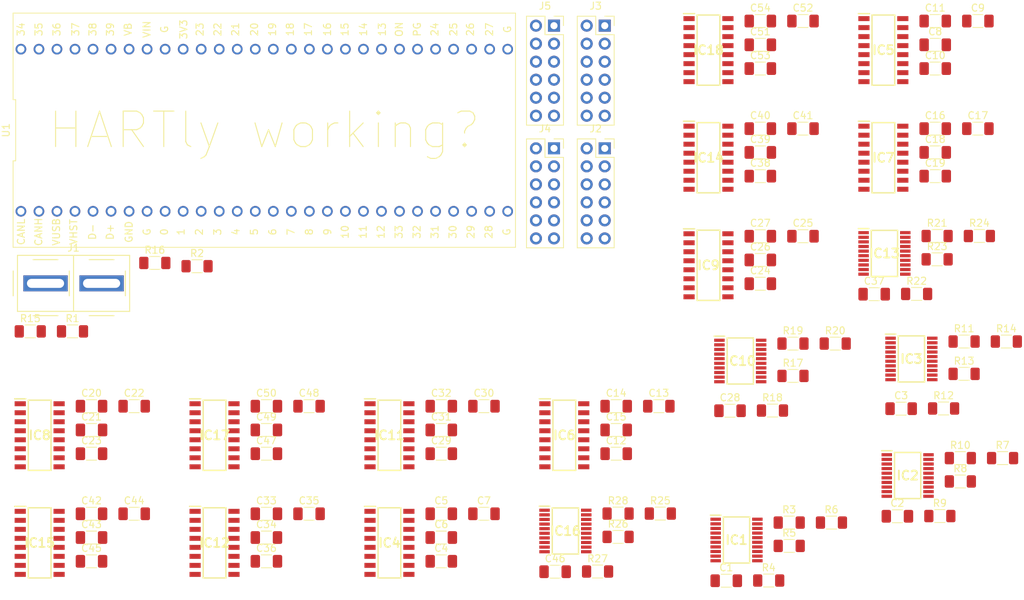
<source format=kicad_pcb>
(kicad_pcb (version 20171130) (host pcbnew "(5.1.12)-1")
  (layers (0 F.Cu signal) (1 In1.Cu signal) (2 In2.Cu signal) (31 B.Cu signal) (34 B.Paste user) (35 F.Paste user) (36 B.SilkS user) (37 F.SilkS user) (38 B.Mask user) (39 F.Mask user) (44 Edge.Cuts user))
  (net 0 "")
  (net 1 TeensyVDD)
  (net 2 GND)
  (net 3 "Net-(IC1-Pad1)")
  (net 4 SCL0)
  (net 5 SDA0)
  (net 6 "Net-(IC1-Pad10)")
  (net 7 "Net-(IC1-Pad11)")
  (net 8 "Net-(IC1-Pad20)")
  (net 9 "Net-(IC2-Pad1)")
  (net 10 "Net-(IC2-Pad10)")
  (net 11 "Net-(IC2-Pad11)")
  (net 12 "Net-(IC2-Pad20)")
  (net 13 "Net-(IC3-Pad20)")
  (net 14 "Net-(IC3-Pad11)")
  (net 15 "Net-(IC3-Pad10)")
  (net 16 "Net-(IC3-Pad1)")
  (net 17 VDD)
  (net 18 SPEAK6+)
  (net 19 SPEAK6-)
  (net 20 SPEAK5+)
  (net 21 SPEAK5-)
  (net 22 SPEAK4+)
  (net 23 SPEAK4-)
  (net 24 SPEAK3+)
  (net 25 SPEAK3-)
  (net 26 SPEAK2+)
  (net 27 SPEAK2-)
  (net 28 SPEAK1+)
  (net 29 SPEAK1-)
  (net 30 SPEAK7-)
  (net 31 SPEAK7+)
  (net 32 SPEAK8-)
  (net 33 SPEAK8+)
  (net 34 SPEAK9-)
  (net 35 SPEAK9+)
  (net 36 SPEAK10-)
  (net 37 SPEAK10+)
  (net 38 SPEAK11-)
  (net 39 SPEAK11+)
  (net 40 SPEAK12-)
  (net 41 SPEAK12+)
  (net 42 SCL1)
  (net 43 FREQ11)
  (net 44 FREQ12)
  (net 45 SDA1)
  (net 46 FREQ16)
  (net 47 FREQ15)
  (net 48 FREQ14)
  (net 49 FREQ13)
  (net 50 FREQ4)
  (net 51 FREQ2)
  (net 52 FREQ3)
  (net 53 FREQ8)
  (net 54 FREQ6)
  (net 55 FREQ7)
  (net 56 FREQ5)
  (net 57 FREQ10)
  (net 58 FREQ9)
  (net 59 FREQ1)
  (net 60 "Net-(C4-Pad1)")
  (net 61 "Net-(C8-Pad1)")
  (net 62 "Net-(C12-Pad1)")
  (net 63 "Net-(C16-Pad1)")
  (net 64 "Net-(C20-Pad1)")
  (net 65 "Net-(C24-Pad1)")
  (net 66 "Net-(C29-Pad1)")
  (net 67 "Net-(C33-Pad1)")
  (net 68 "Net-(C38-Pad1)")
  (net 69 "Net-(C42-Pad1)")
  (net 70 "Net-(C47-Pad1)")
  (net 71 "Net-(C51-Pad1)")
  (net 72 /Sheet612C106D/sheet61A7FB4F/IN.L)
  (net 73 /Sheet612C106D/PAM8406/IN.L)
  (net 74 /Sheet612C106D/PAM8406/IN.R)
  (net 75 "Net-(IC1-Pad14)")
  (net 76 "Net-(IC1-Pad15)")
  (net 77 /Sheet612C106D/sheet61A7FB4F/IN.R)
  (net 78 /sheet612B5543/sheet61A7FB4F/IN.L)
  (net 79 /sheet612B5543/PAM8406/IN.L)
  (net 80 /sheet612B5543/PAM8406/IN.R)
  (net 81 "Net-(IC2-Pad14)")
  (net 82 "Net-(IC2-Pad15)")
  (net 83 /sheet612B5543/sheet61A7FB4F/IN.R)
  (net 84 /sheet612B611D/sheet61A7FB4F/IN.R)
  (net 85 "Net-(IC3-Pad15)")
  (net 86 "Net-(IC3-Pad14)")
  (net 87 /sheet612B611D/PAM8406/IN.R)
  (net 88 /sheet612B611D/PAM8406/IN.L)
  (net 89 /sheet612B611D/sheet61A7FB4F/IN.L)
  (net 90 "Net-(IC10-Pad20)")
  (net 91 /sheet61A95E1B/sheet61A7FB4F/IN.R)
  (net 92 "Net-(IC10-Pad15)")
  (net 93 "Net-(IC10-Pad14)")
  (net 94 /sheet61A95E1B/PAM8406/IN.R)
  (net 95 "Net-(IC10-Pad11)")
  (net 96 "Net-(IC10-Pad10)")
  (net 97 /sheet61A95E1B/PAM8406/IN.L)
  (net 98 /sheet61A95E1B/sheet61A7FB4F/IN.L)
  (net 99 "Net-(IC10-Pad1)")
  (net 100 SPEAK16+)
  (net 101 SPEAK16-)
  (net 102 SPEAK15-)
  (net 103 SPEAK15+)
  (net 104 SPEAK13+)
  (net 105 SPEAK13-)
  (net 106 SPEAK14-)
  (net 107 SPEAK14+)
  (net 108 "Net-(IC13-Pad20)")
  (net 109 /sheet61A95E1C/sheet61A7FB4F/IN.R)
  (net 110 "Net-(IC13-Pad15)")
  (net 111 "Net-(IC13-Pad14)")
  (net 112 /sheet61A95E1C/PAM8406/IN.R)
  (net 113 "Net-(IC13-Pad11)")
  (net 114 "Net-(IC13-Pad10)")
  (net 115 /sheet61A95E1C/PAM8406/IN.L)
  (net 116 /sheet61A95E1C/sheet61A7FB4F/IN.L)
  (net 117 "Net-(IC13-Pad1)")
  (net 118 SPEAK20+)
  (net 119 SPEAK20-)
  (net 120 SPEAK19-)
  (net 121 SPEAK19+)
  (net 122 SPEAK18+)
  (net 123 SPEAK18-)
  (net 124 SPEAK17-)
  (net 125 SPEAK17+)
  (net 126 "Net-(IC16-Pad1)")
  (net 127 /sheet61A95E1D/sheet61A7FB4F/IN.L)
  (net 128 /sheet61A95E1D/PAM8406/IN.L)
  (net 129 "Net-(IC16-Pad10)")
  (net 130 "Net-(IC16-Pad11)")
  (net 131 /sheet61A95E1D/PAM8406/IN.R)
  (net 132 "Net-(IC16-Pad14)")
  (net 133 "Net-(IC16-Pad15)")
  (net 134 /sheet61A95E1D/sheet61A7FB4F/IN.R)
  (net 135 "Net-(IC16-Pad20)")
  (net 136 SPEAK23+)
  (net 137 SPEAK23-)
  (net 138 SPEAK24-)
  (net 139 SPEAK24+)
  (net 140 SPEAK22+)
  (net 141 SPEAK22-)
  (net 142 SPEAK21-)
  (net 143 SPEAK21+)
  (net 144 "Net-(U1-Pad34)")
  (net 145 "Net-(U1-PadCANL)")
  (net 146 "Net-(U1-Pad35)")
  (net 147 "Net-(U1-PadCANH)")
  (net 148 "Net-(U1-Pad36)")
  (net 149 "Net-(U1-PadVUSB)")
  (net 150 "Net-(U1-Pad37)")
  (net 151 "Net-(U1-PadVHST)")
  (net 152 "Net-(U1-Pad38)")
  (net 153 "Net-(U1-PadD-)")
  (net 154 "Net-(U1-Pad39)")
  (net 155 "Net-(U1-PadD+)")
  (net 156 "Net-(U1-PadVB)")
  (net 157 "Net-(U1-PadGND)")
  (net 158 "Net-(U1-PadVIN)")
  (net 159 "Net-(U1-Pad3)")
  (net 160 "Net-(U1-Pad21)")
  (net 161 "Net-(U1-Pad20)")
  (net 162 "Net-(U1-Pad8)")
  (net 163 "Net-(U1-Pad9)")
  (net 164 "Net-(U1-PadON)")
  (net 165 "Net-(U1-Pad33)")
  (net 166 "Net-(U1-PadPG)")
  (net 167 "Net-(U1-Pad32)")
  (net 168 "Net-(U1-Pad31)")
  (net 169 "Net-(U1-Pad25)")
  (net 170 "Net-(U1-Pad30)")
  (net 171 "Net-(U1-Pad26)")
  (net 172 "Net-(U1-Pad29)")
  (net 173 "Net-(U1-Pad27)")
  (net 174 "Net-(U1-Pad28)")
  (module "SMD Capacitor:C_1206_3216Metric_Pad1.33x1.80mm_HandSolder" (layer F.Cu) (at 115.775001 95.335001)
    (fp_text reference C1 (at 0 -1.85) (layer F.SilkS))
    (fp_text value 100nF)
    (pad 2 smd roundrect (at 1.5625 0) (size 1.325 1.8) (layers F.Cu F.Paste F.Mask) (roundrect_rratio 0.188679) (net 2 GND))
    (pad 1 smd roundrect (at -1.5625 0) (size 1.325 1.8) (layers F.Cu F.Paste F.Mask) (roundrect_rratio 0.188679) (net 1 TeensyVDD))
  )
  (module "SMD Capacitor:C_1206_3216Metric_Pad1.33x1.80mm_HandSolder" (layer F.Cu) (at 139.885001 86.245001)
    (fp_text reference C2 (at 0 -1.85) (layer F.SilkS))
    (fp_text value 100nF)
    (pad 1 smd roundrect (at -1.5625 0) (size 1.325 1.8) (layers F.Cu F.Paste F.Mask) (roundrect_rratio 0.188679) (net 1 TeensyVDD))
    (pad 2 smd roundrect (at 1.5625 0) (size 1.325 1.8) (layers F.Cu F.Paste F.Mask) (roundrect_rratio 0.188679) (net 2 GND))
  )
  (module "SMD Capacitor:C_1206_3216Metric_Pad1.33x1.80mm_HandSolder" (layer F.Cu) (at 140.415001 71.075001)
    (fp_text reference C3 (at 0 -1.85) (layer F.SilkS))
    (fp_text value 100nF)
    (pad 1 smd roundrect (at -1.5625 0) (size 1.325 1.8) (layers F.Cu F.Paste F.Mask) (roundrect_rratio 0.188679) (net 1 TeensyVDD))
    (pad 2 smd roundrect (at 1.5625 0) (size 1.325 1.8) (layers F.Cu F.Paste F.Mask) (roundrect_rratio 0.188679) (net 2 GND))
  )
  (module "SMD Capacitor:C_1206_3216Metric_Pad1.33x1.80mm_HandSolder" (layer F.Cu) (at 75.625001 92.595001)
    (fp_text reference C4 (at 0 -1.85) (layer F.SilkS))
    (fp_text value 1uF)
    (pad 1 smd roundrect (at -1.5625 0) (size 1.325 1.8) (layers F.Cu F.Paste F.Mask) (roundrect_rratio 0.188679) (net 60 "Net-(C4-Pad1)"))
    (pad 2 smd roundrect (at 1.5625 0) (size 1.325 1.8) (layers F.Cu F.Paste F.Mask) (roundrect_rratio 0.188679) (net 2 GND))
  )
  (module "SMD Capacitor:C_1206_3216Metric_Pad1.33x1.80mm_HandSolder" (layer F.Cu) (at 75.625001 85.895001)
    (fp_text reference C5 (at 0 -1.85) (layer F.SilkS))
    (fp_text value 1uF)
    (pad 2 smd roundrect (at 1.5625 0) (size 1.325 1.8) (layers F.Cu F.Paste F.Mask) (roundrect_rratio 0.188679) (net 2 GND))
    (pad 1 smd roundrect (at -1.5625 0) (size 1.325 1.8) (layers F.Cu F.Paste F.Mask) (roundrect_rratio 0.188679) (net 17 VDD))
  )
  (module "SMD Capacitor:C_1206_3216Metric_Pad1.33x1.80mm_HandSolder" (layer F.Cu) (at 75.625001 89.245001)
    (fp_text reference C6 (at 0 -1.85) (layer F.SilkS))
    (fp_text value 1uF)
    (pad 1 smd roundrect (at -1.5625 0) (size 1.325 1.8) (layers F.Cu F.Paste F.Mask) (roundrect_rratio 0.188679) (net 17 VDD))
    (pad 2 smd roundrect (at 1.5625 0) (size 1.325 1.8) (layers F.Cu F.Paste F.Mask) (roundrect_rratio 0.188679) (net 2 GND))
  )
  (module "SMD Capacitor:C_1206_3216Metric_Pad1.33x1.80mm_HandSolder" (layer F.Cu) (at 81.635001 85.895001)
    (fp_text reference C7 (at 0 -1.85) (layer F.SilkS))
    (fp_text value 1uF)
    (pad 2 smd roundrect (at 1.5625 0) (size 1.325 1.8) (layers F.Cu F.Paste F.Mask) (roundrect_rratio 0.188679) (net 2 GND))
    (pad 1 smd roundrect (at -1.5625 0) (size 1.325 1.8) (layers F.Cu F.Paste F.Mask) (roundrect_rratio 0.188679) (net 17 VDD))
  )
  (module "SMD Capacitor:C_1206_3216Metric_Pad1.33x1.80mm_HandSolder" (layer F.Cu) (at 145.215001 19.765001)
    (fp_text reference C8 (at 0 -1.85) (layer F.SilkS))
    (fp_text value 1uF)
    (pad 2 smd roundrect (at 1.5625 0) (size 1.325 1.8) (layers F.Cu F.Paste F.Mask) (roundrect_rratio 0.188679) (net 2 GND))
    (pad 1 smd roundrect (at -1.5625 0) (size 1.325 1.8) (layers F.Cu F.Paste F.Mask) (roundrect_rratio 0.188679) (net 61 "Net-(C8-Pad1)"))
  )
  (module "SMD Capacitor:C_1206_3216Metric_Pad1.33x1.80mm_HandSolder" (layer F.Cu) (at 151.225001 16.415001)
    (fp_text reference C9 (at 0 -1.85) (layer F.SilkS))
    (fp_text value 1uF)
    (pad 1 smd roundrect (at -1.5625 0) (size 1.325 1.8) (layers F.Cu F.Paste F.Mask) (roundrect_rratio 0.188679) (net 17 VDD))
    (pad 2 smd roundrect (at 1.5625 0) (size 1.325 1.8) (layers F.Cu F.Paste F.Mask) (roundrect_rratio 0.188679) (net 2 GND))
  )
  (module "SMD Capacitor:C_1206_3216Metric_Pad1.33x1.80mm_HandSolder" (layer F.Cu) (at 145.215001 23.115001)
    (fp_text reference C10 (at 0 -1.85) (layer F.SilkS))
    (fp_text value 1uF)
    (pad 2 smd roundrect (at 1.5625 0) (size 1.325 1.8) (layers F.Cu F.Paste F.Mask) (roundrect_rratio 0.188679) (net 2 GND))
    (pad 1 smd roundrect (at -1.5625 0) (size 1.325 1.8) (layers F.Cu F.Paste F.Mask) (roundrect_rratio 0.188679) (net 17 VDD))
  )
  (module "SMD Capacitor:C_1206_3216Metric_Pad1.33x1.80mm_HandSolder" (layer F.Cu) (at 145.215001 16.415001)
    (fp_text reference C11 (at 0 -1.85) (layer F.SilkS))
    (fp_text value 1uF)
    (pad 1 smd roundrect (at -1.5625 0) (size 1.325 1.8) (layers F.Cu F.Paste F.Mask) (roundrect_rratio 0.188679) (net 17 VDD))
    (pad 2 smd roundrect (at 1.5625 0) (size 1.325 1.8) (layers F.Cu F.Paste F.Mask) (roundrect_rratio 0.188679) (net 2 GND))
  )
  (module "SMD Capacitor:C_1206_3216Metric_Pad1.33x1.80mm_HandSolder" (layer F.Cu) (at 100.265001 77.425001)
    (fp_text reference C12 (at 0 -1.85) (layer F.SilkS))
    (fp_text value 1uF)
    (pad 2 smd roundrect (at 1.5625 0) (size 1.325 1.8) (layers F.Cu F.Paste F.Mask) (roundrect_rratio 0.188679) (net 2 GND))
    (pad 1 smd roundrect (at -1.5625 0) (size 1.325 1.8) (layers F.Cu F.Paste F.Mask) (roundrect_rratio 0.188679) (net 62 "Net-(C12-Pad1)"))
  )
  (module "SMD Capacitor:C_1206_3216Metric_Pad1.33x1.80mm_HandSolder" (layer F.Cu) (at 106.275001 70.725001)
    (fp_text reference C13 (at 0 -1.85) (layer F.SilkS))
    (fp_text value 1uF)
    (pad 1 smd roundrect (at -1.5625 0) (size 1.325 1.8) (layers F.Cu F.Paste F.Mask) (roundrect_rratio 0.188679) (net 17 VDD))
    (pad 2 smd roundrect (at 1.5625 0) (size 1.325 1.8) (layers F.Cu F.Paste F.Mask) (roundrect_rratio 0.188679) (net 2 GND))
  )
  (module "SMD Capacitor:C_1206_3216Metric_Pad1.33x1.80mm_HandSolder" (layer F.Cu) (at 100.265001 70.725001)
    (fp_text reference C14 (at 0 -1.85) (layer F.SilkS))
    (fp_text value 1uF)
    (pad 2 smd roundrect (at 1.5625 0) (size 1.325 1.8) (layers F.Cu F.Paste F.Mask) (roundrect_rratio 0.188679) (net 2 GND))
    (pad 1 smd roundrect (at -1.5625 0) (size 1.325 1.8) (layers F.Cu F.Paste F.Mask) (roundrect_rratio 0.188679) (net 17 VDD))
  )
  (module "SMD Capacitor:C_1206_3216Metric_Pad1.33x1.80mm_HandSolder" (layer F.Cu) (at 100.265001 74.075001)
    (fp_text reference C15 (at 0 -1.85) (layer F.SilkS))
    (fp_text value 1uF)
    (pad 1 smd roundrect (at -1.5625 0) (size 1.325 1.8) (layers F.Cu F.Paste F.Mask) (roundrect_rratio 0.188679) (net 17 VDD))
    (pad 2 smd roundrect (at 1.5625 0) (size 1.325 1.8) (layers F.Cu F.Paste F.Mask) (roundrect_rratio 0.188679) (net 2 GND))
  )
  (module "SMD Capacitor:C_1206_3216Metric_Pad1.33x1.80mm_HandSolder" (layer F.Cu) (at 145.215001 31.585001)
    (fp_text reference C16 (at 0 -1.85) (layer F.SilkS))
    (fp_text value 1uF)
    (pad 2 smd roundrect (at 1.5625 0) (size 1.325 1.8) (layers F.Cu F.Paste F.Mask) (roundrect_rratio 0.188679) (net 2 GND))
    (pad 1 smd roundrect (at -1.5625 0) (size 1.325 1.8) (layers F.Cu F.Paste F.Mask) (roundrect_rratio 0.188679) (net 63 "Net-(C16-Pad1)"))
  )
  (module "SMD Capacitor:C_1206_3216Metric_Pad1.33x1.80mm_HandSolder" (layer F.Cu) (at 151.225001 31.585001)
    (fp_text reference C17 (at 0 -1.85) (layer F.SilkS))
    (fp_text value 1uF)
    (pad 1 smd roundrect (at -1.5625 0) (size 1.325 1.8) (layers F.Cu F.Paste F.Mask) (roundrect_rratio 0.188679) (net 17 VDD))
    (pad 2 smd roundrect (at 1.5625 0) (size 1.325 1.8) (layers F.Cu F.Paste F.Mask) (roundrect_rratio 0.188679) (net 2 GND))
  )
  (module "SMD Capacitor:C_1206_3216Metric_Pad1.33x1.80mm_HandSolder" (layer F.Cu) (at 145.215001 34.935001)
    (fp_text reference C18 (at 0 -1.85) (layer F.SilkS))
    (fp_text value 1uF)
    (pad 2 smd roundrect (at 1.5625 0) (size 1.325 1.8) (layers F.Cu F.Paste F.Mask) (roundrect_rratio 0.188679) (net 2 GND))
    (pad 1 smd roundrect (at -1.5625 0) (size 1.325 1.8) (layers F.Cu F.Paste F.Mask) (roundrect_rratio 0.188679) (net 17 VDD))
  )
  (module "SMD Capacitor:C_1206_3216Metric_Pad1.33x1.80mm_HandSolder" (layer F.Cu) (at 145.215001 38.285001)
    (fp_text reference C19 (at 0 -1.85) (layer F.SilkS))
    (fp_text value 1uF)
    (pad 1 smd roundrect (at -1.5625 0) (size 1.325 1.8) (layers F.Cu F.Paste F.Mask) (roundrect_rratio 0.188679) (net 17 VDD))
    (pad 2 smd roundrect (at 1.5625 0) (size 1.325 1.8) (layers F.Cu F.Paste F.Mask) (roundrect_rratio 0.188679) (net 2 GND))
  )
  (module "SMD Capacitor:C_1206_3216Metric_Pad1.33x1.80mm_HandSolder" (layer F.Cu) (at 26.345001 70.725001)
    (fp_text reference C20 (at 0 -1.85) (layer F.SilkS))
    (fp_text value 1uF)
    (pad 1 smd roundrect (at -1.5625 0) (size 1.325 1.8) (layers F.Cu F.Paste F.Mask) (roundrect_rratio 0.188679) (net 64 "Net-(C20-Pad1)"))
    (pad 2 smd roundrect (at 1.5625 0) (size 1.325 1.8) (layers F.Cu F.Paste F.Mask) (roundrect_rratio 0.188679) (net 2 GND))
  )
  (module "SMD Capacitor:C_1206_3216Metric_Pad1.33x1.80mm_HandSolder" (layer F.Cu) (at 26.345001 74.075001)
    (fp_text reference C21 (at 0 -1.85) (layer F.SilkS))
    (fp_text value 1uF)
    (pad 2 smd roundrect (at 1.5625 0) (size 1.325 1.8) (layers F.Cu F.Paste F.Mask) (roundrect_rratio 0.188679) (net 2 GND))
    (pad 1 smd roundrect (at -1.5625 0) (size 1.325 1.8) (layers F.Cu F.Paste F.Mask) (roundrect_rratio 0.188679) (net 17 VDD))
  )
  (module "SMD Capacitor:C_1206_3216Metric_Pad1.33x1.80mm_HandSolder" (layer F.Cu) (at 32.355001 70.725001)
    (fp_text reference C22 (at 0 -1.85) (layer F.SilkS))
    (fp_text value 1uF)
    (pad 2 smd roundrect (at 1.5625 0) (size 1.325 1.8) (layers F.Cu F.Paste F.Mask) (roundrect_rratio 0.188679) (net 2 GND))
    (pad 1 smd roundrect (at -1.5625 0) (size 1.325 1.8) (layers F.Cu F.Paste F.Mask) (roundrect_rratio 0.188679) (net 17 VDD))
  )
  (module "SMD Capacitor:C_1206_3216Metric_Pad1.33x1.80mm_HandSolder" (layer F.Cu) (at 26.345001 77.425001)
    (fp_text reference C23 (at 0 -1.85) (layer F.SilkS))
    (fp_text value 1uF)
    (pad 1 smd roundrect (at -1.5625 0) (size 1.325 1.8) (layers F.Cu F.Paste F.Mask) (roundrect_rratio 0.188679) (net 17 VDD))
    (pad 2 smd roundrect (at 1.5625 0) (size 1.325 1.8) (layers F.Cu F.Paste F.Mask) (roundrect_rratio 0.188679) (net 2 GND))
  )
  (module "SMD Capacitor:C_1206_3216Metric_Pad1.33x1.80mm_HandSolder" (layer F.Cu) (at 120.575001 53.455001)
    (fp_text reference C24 (at 0 -1.85) (layer F.SilkS))
    (fp_text value 1uF)
    (pad 1 smd roundrect (at -1.5625 0) (size 1.325 1.8) (layers F.Cu F.Paste F.Mask) (roundrect_rratio 0.188679) (net 65 "Net-(C24-Pad1)"))
    (pad 2 smd roundrect (at 1.5625 0) (size 1.325 1.8) (layers F.Cu F.Paste F.Mask) (roundrect_rratio 0.188679) (net 2 GND))
  )
  (module "SMD Capacitor:C_1206_3216Metric_Pad1.33x1.80mm_HandSolder" (layer F.Cu) (at 126.585001 46.755001)
    (fp_text reference C25 (at 0 -1.85) (layer F.SilkS))
    (fp_text value 1uF)
    (pad 2 smd roundrect (at 1.5625 0) (size 1.325 1.8) (layers F.Cu F.Paste F.Mask) (roundrect_rratio 0.188679) (net 2 GND))
    (pad 1 smd roundrect (at -1.5625 0) (size 1.325 1.8) (layers F.Cu F.Paste F.Mask) (roundrect_rratio 0.188679) (net 17 VDD))
  )
  (module "SMD Capacitor:C_1206_3216Metric_Pad1.33x1.80mm_HandSolder" (layer F.Cu) (at 120.575001 50.105001)
    (fp_text reference C26 (at 0 -1.85) (layer F.SilkS))
    (fp_text value 1uF)
    (pad 1 smd roundrect (at -1.5625 0) (size 1.325 1.8) (layers F.Cu F.Paste F.Mask) (roundrect_rratio 0.188679) (net 17 VDD))
    (pad 2 smd roundrect (at 1.5625 0) (size 1.325 1.8) (layers F.Cu F.Paste F.Mask) (roundrect_rratio 0.188679) (net 2 GND))
  )
  (module "SMD Capacitor:C_1206_3216Metric_Pad1.33x1.80mm_HandSolder" (layer F.Cu) (at 120.575001 46.755001)
    (fp_text reference C27 (at 0 -1.85) (layer F.SilkS))
    (fp_text value 1uF)
    (pad 2 smd roundrect (at 1.5625 0) (size 1.325 1.8) (layers F.Cu F.Paste F.Mask) (roundrect_rratio 0.188679) (net 2 GND))
    (pad 1 smd roundrect (at -1.5625 0) (size 1.325 1.8) (layers F.Cu F.Paste F.Mask) (roundrect_rratio 0.188679) (net 17 VDD))
  )
  (module "SMD Capacitor:C_1206_3216Metric_Pad1.33x1.80mm_HandSolder" (layer F.Cu) (at 116.305001 71.365001)
    (fp_text reference C28 (at 0 -1.85) (layer F.SilkS))
    (fp_text value 100nF)
    (pad 1 smd roundrect (at -1.5625 0) (size 1.325 1.8) (layers F.Cu F.Paste F.Mask) (roundrect_rratio 0.188679) (net 1 TeensyVDD))
    (pad 2 smd roundrect (at 1.5625 0) (size 1.325 1.8) (layers F.Cu F.Paste F.Mask) (roundrect_rratio 0.188679) (net 2 GND))
  )
  (module "SMD Capacitor:C_1206_3216Metric_Pad1.33x1.80mm_HandSolder" (layer F.Cu) (at 75.625001 77.425001)
    (fp_text reference C29 (at 0 -1.85) (layer F.SilkS))
    (fp_text value 1uF)
    (pad 2 smd roundrect (at 1.5625 0) (size 1.325 1.8) (layers F.Cu F.Paste F.Mask) (roundrect_rratio 0.188679) (net 2 GND))
    (pad 1 smd roundrect (at -1.5625 0) (size 1.325 1.8) (layers F.Cu F.Paste F.Mask) (roundrect_rratio 0.188679) (net 66 "Net-(C29-Pad1)"))
  )
  (module "SMD Capacitor:C_1206_3216Metric_Pad1.33x1.80mm_HandSolder" (layer F.Cu) (at 81.635001 70.725001)
    (fp_text reference C30 (at 0 -1.85) (layer F.SilkS))
    (fp_text value 1uF)
    (pad 1 smd roundrect (at -1.5625 0) (size 1.325 1.8) (layers F.Cu F.Paste F.Mask) (roundrect_rratio 0.188679) (net 17 VDD))
    (pad 2 smd roundrect (at 1.5625 0) (size 1.325 1.8) (layers F.Cu F.Paste F.Mask) (roundrect_rratio 0.188679) (net 2 GND))
  )
  (module "SMD Capacitor:C_1206_3216Metric_Pad1.33x1.80mm_HandSolder" (layer F.Cu) (at 75.625001 74.075001)
    (fp_text reference C31 (at 0 -1.85) (layer F.SilkS))
    (fp_text value 1uF)
    (pad 2 smd roundrect (at 1.5625 0) (size 1.325 1.8) (layers F.Cu F.Paste F.Mask) (roundrect_rratio 0.188679) (net 2 GND))
    (pad 1 smd roundrect (at -1.5625 0) (size 1.325 1.8) (layers F.Cu F.Paste F.Mask) (roundrect_rratio 0.188679) (net 17 VDD))
  )
  (module "SMD Capacitor:C_1206_3216Metric_Pad1.33x1.80mm_HandSolder" (layer F.Cu) (at 75.625001 70.725001)
    (fp_text reference C32 (at 0 -1.85) (layer F.SilkS))
    (fp_text value 1uF)
    (pad 1 smd roundrect (at -1.5625 0) (size 1.325 1.8) (layers F.Cu F.Paste F.Mask) (roundrect_rratio 0.188679) (net 17 VDD))
    (pad 2 smd roundrect (at 1.5625 0) (size 1.325 1.8) (layers F.Cu F.Paste F.Mask) (roundrect_rratio 0.188679) (net 2 GND))
  )
  (module "SMD Capacitor:C_1206_3216Metric_Pad1.33x1.80mm_HandSolder" (layer F.Cu) (at 50.985001 85.895001)
    (fp_text reference C33 (at 0 -1.85) (layer F.SilkS))
    (fp_text value 1uF)
    (pad 1 smd roundrect (at -1.5625 0) (size 1.325 1.8) (layers F.Cu F.Paste F.Mask) (roundrect_rratio 0.188679) (net 67 "Net-(C33-Pad1)"))
    (pad 2 smd roundrect (at 1.5625 0) (size 1.325 1.8) (layers F.Cu F.Paste F.Mask) (roundrect_rratio 0.188679) (net 2 GND))
  )
  (module "SMD Capacitor:C_1206_3216Metric_Pad1.33x1.80mm_HandSolder" (layer F.Cu) (at 50.985001 89.245001)
    (fp_text reference C34 (at 0 -1.85) (layer F.SilkS))
    (fp_text value 1uF)
    (pad 1 smd roundrect (at -1.5625 0) (size 1.325 1.8) (layers F.Cu F.Paste F.Mask) (roundrect_rratio 0.188679) (net 17 VDD))
    (pad 2 smd roundrect (at 1.5625 0) (size 1.325 1.8) (layers F.Cu F.Paste F.Mask) (roundrect_rratio 0.188679) (net 2 GND))
  )
  (module "SMD Capacitor:C_1206_3216Metric_Pad1.33x1.80mm_HandSolder" (layer F.Cu) (at 56.995001 85.895001)
    (fp_text reference C35 (at 0 -1.85) (layer F.SilkS))
    (fp_text value 1uF)
    (pad 1 smd roundrect (at -1.5625 0) (size 1.325 1.8) (layers F.Cu F.Paste F.Mask) (roundrect_rratio 0.188679) (net 17 VDD))
    (pad 2 smd roundrect (at 1.5625 0) (size 1.325 1.8) (layers F.Cu F.Paste F.Mask) (roundrect_rratio 0.188679) (net 2 GND))
  )
  (module "SMD Capacitor:C_1206_3216Metric_Pad1.33x1.80mm_HandSolder" (layer F.Cu) (at 50.985001 92.595001)
    (fp_text reference C36 (at 0 -1.85) (layer F.SilkS))
    (fp_text value 1uF)
    (pad 2 smd roundrect (at 1.5625 0) (size 1.325 1.8) (layers F.Cu F.Paste F.Mask) (roundrect_rratio 0.188679) (net 2 GND))
    (pad 1 smd roundrect (at -1.5625 0) (size 1.325 1.8) (layers F.Cu F.Paste F.Mask) (roundrect_rratio 0.188679) (net 17 VDD))
  )
  (module "SMD Capacitor:C_1206_3216Metric_Pad1.33x1.80mm_HandSolder" (layer F.Cu) (at 136.615001 54.925001)
    (fp_text reference C37 (at 0 -1.85) (layer F.SilkS))
    (fp_text value 100nF)
    (pad 1 smd roundrect (at -1.5625 0) (size 1.325 1.8) (layers F.Cu F.Paste F.Mask) (roundrect_rratio 0.188679) (net 1 TeensyVDD))
    (pad 2 smd roundrect (at 1.5625 0) (size 1.325 1.8) (layers F.Cu F.Paste F.Mask) (roundrect_rratio 0.188679) (net 2 GND))
  )
  (module "SMD Capacitor:C_1206_3216Metric_Pad1.33x1.80mm_HandSolder" (layer F.Cu) (at 120.575001 38.285001)
    (fp_text reference C38 (at 0 -1.85) (layer F.SilkS))
    (fp_text value 1uF)
    (pad 2 smd roundrect (at 1.5625 0) (size 1.325 1.8) (layers F.Cu F.Paste F.Mask) (roundrect_rratio 0.188679) (net 2 GND))
    (pad 1 smd roundrect (at -1.5625 0) (size 1.325 1.8) (layers F.Cu F.Paste F.Mask) (roundrect_rratio 0.188679) (net 68 "Net-(C38-Pad1)"))
  )
  (module "SMD Capacitor:C_1206_3216Metric_Pad1.33x1.80mm_HandSolder" (layer F.Cu) (at 120.575001 34.935001)
    (fp_text reference C39 (at 0 -1.85) (layer F.SilkS))
    (fp_text value 1uF)
    (pad 1 smd roundrect (at -1.5625 0) (size 1.325 1.8) (layers F.Cu F.Paste F.Mask) (roundrect_rratio 0.188679) (net 17 VDD))
    (pad 2 smd roundrect (at 1.5625 0) (size 1.325 1.8) (layers F.Cu F.Paste F.Mask) (roundrect_rratio 0.188679) (net 2 GND))
  )
  (module "SMD Capacitor:C_1206_3216Metric_Pad1.33x1.80mm_HandSolder" (layer F.Cu) (at 120.575001 31.585001)
    (fp_text reference C40 (at 0 -1.85) (layer F.SilkS))
    (fp_text value 1uF)
    (pad 2 smd roundrect (at 1.5625 0) (size 1.325 1.8) (layers F.Cu F.Paste F.Mask) (roundrect_rratio 0.188679) (net 2 GND))
    (pad 1 smd roundrect (at -1.5625 0) (size 1.325 1.8) (layers F.Cu F.Paste F.Mask) (roundrect_rratio 0.188679) (net 17 VDD))
  )
  (module "SMD Capacitor:C_1206_3216Metric_Pad1.33x1.80mm_HandSolder" (layer F.Cu) (at 126.585001 31.585001)
    (fp_text reference C41 (at 0 -1.85) (layer F.SilkS))
    (fp_text value 1uF)
    (pad 2 smd roundrect (at 1.5625 0) (size 1.325 1.8) (layers F.Cu F.Paste F.Mask) (roundrect_rratio 0.188679) (net 2 GND))
    (pad 1 smd roundrect (at -1.5625 0) (size 1.325 1.8) (layers F.Cu F.Paste F.Mask) (roundrect_rratio 0.188679) (net 17 VDD))
  )
  (module "SMD Capacitor:C_1206_3216Metric_Pad1.33x1.80mm_HandSolder" (layer F.Cu) (at 26.345001 85.895001)
    (fp_text reference C42 (at 0 -1.85) (layer F.SilkS))
    (fp_text value 1uF)
    (pad 2 smd roundrect (at 1.5625 0) (size 1.325 1.8) (layers F.Cu F.Paste F.Mask) (roundrect_rratio 0.188679) (net 2 GND))
    (pad 1 smd roundrect (at -1.5625 0) (size 1.325 1.8) (layers F.Cu F.Paste F.Mask) (roundrect_rratio 0.188679) (net 69 "Net-(C42-Pad1)"))
  )
  (module "SMD Capacitor:C_1206_3216Metric_Pad1.33x1.80mm_HandSolder" (layer F.Cu) (at 26.345001 89.245001)
    (fp_text reference C43 (at 0 -1.85) (layer F.SilkS))
    (fp_text value 1uF)
    (pad 2 smd roundrect (at 1.5625 0) (size 1.325 1.8) (layers F.Cu F.Paste F.Mask) (roundrect_rratio 0.188679) (net 2 GND))
    (pad 1 smd roundrect (at -1.5625 0) (size 1.325 1.8) (layers F.Cu F.Paste F.Mask) (roundrect_rratio 0.188679) (net 17 VDD))
  )
  (module "SMD Capacitor:C_1206_3216Metric_Pad1.33x1.80mm_HandSolder" (layer F.Cu) (at 32.355001 85.895001)
    (fp_text reference C44 (at 0 -1.85) (layer F.SilkS))
    (fp_text value 1uF)
    (pad 1 smd roundrect (at -1.5625 0) (size 1.325 1.8) (layers F.Cu F.Paste F.Mask) (roundrect_rratio 0.188679) (net 17 VDD))
    (pad 2 smd roundrect (at 1.5625 0) (size 1.325 1.8) (layers F.Cu F.Paste F.Mask) (roundrect_rratio 0.188679) (net 2 GND))
  )
  (module "SMD Capacitor:C_1206_3216Metric_Pad1.33x1.80mm_HandSolder" (layer F.Cu) (at 26.345001 92.595001)
    (fp_text reference C45 (at 0 -1.85) (layer F.SilkS))
    (fp_text value 1uF)
    (pad 2 smd roundrect (at 1.5625 0) (size 1.325 1.8) (layers F.Cu F.Paste F.Mask) (roundrect_rratio 0.188679) (net 2 GND))
    (pad 1 smd roundrect (at -1.5625 0) (size 1.325 1.8) (layers F.Cu F.Paste F.Mask) (roundrect_rratio 0.188679) (net 17 VDD))
  )
  (module "SMD Capacitor:C_1206_3216Metric_Pad1.33x1.80mm_HandSolder" (layer F.Cu) (at 91.665001 94.065001)
    (fp_text reference C46 (at 0 -1.85) (layer F.SilkS))
    (fp_text value 100nF)
    (pad 2 smd roundrect (at 1.5625 0) (size 1.325 1.8) (layers F.Cu F.Paste F.Mask) (roundrect_rratio 0.188679) (net 2 GND))
    (pad 1 smd roundrect (at -1.5625 0) (size 1.325 1.8) (layers F.Cu F.Paste F.Mask) (roundrect_rratio 0.188679) (net 1 TeensyVDD))
  )
  (module "SMD Capacitor:C_1206_3216Metric_Pad1.33x1.80mm_HandSolder" (layer F.Cu) (at 50.985001 77.425001)
    (fp_text reference C47 (at 0 -1.85) (layer F.SilkS))
    (fp_text value 1uF)
    (pad 1 smd roundrect (at -1.5625 0) (size 1.325 1.8) (layers F.Cu F.Paste F.Mask) (roundrect_rratio 0.188679) (net 70 "Net-(C47-Pad1)"))
    (pad 2 smd roundrect (at 1.5625 0) (size 1.325 1.8) (layers F.Cu F.Paste F.Mask) (roundrect_rratio 0.188679) (net 2 GND))
  )
  (module "SMD Capacitor:C_1206_3216Metric_Pad1.33x1.80mm_HandSolder" (layer F.Cu) (at 56.995001 70.725001)
    (fp_text reference C48 (at 0 -1.85) (layer F.SilkS))
    (fp_text value 1uF)
    (pad 2 smd roundrect (at 1.5625 0) (size 1.325 1.8) (layers F.Cu F.Paste F.Mask) (roundrect_rratio 0.188679) (net 2 GND))
    (pad 1 smd roundrect (at -1.5625 0) (size 1.325 1.8) (layers F.Cu F.Paste F.Mask) (roundrect_rratio 0.188679) (net 17 VDD))
  )
  (module "SMD Capacitor:C_1206_3216Metric_Pad1.33x1.80mm_HandSolder" (layer F.Cu) (at 50.985001 74.075001)
    (fp_text reference C49 (at 0 -1.85) (layer F.SilkS))
    (fp_text value 1uF)
    (pad 2 smd roundrect (at 1.5625 0) (size 1.325 1.8) (layers F.Cu F.Paste F.Mask) (roundrect_rratio 0.188679) (net 2 GND))
    (pad 1 smd roundrect (at -1.5625 0) (size 1.325 1.8) (layers F.Cu F.Paste F.Mask) (roundrect_rratio 0.188679) (net 17 VDD))
  )
  (module "SMD Capacitor:C_1206_3216Metric_Pad1.33x1.80mm_HandSolder" (layer F.Cu) (at 50.985001 70.725001)
    (fp_text reference C50 (at 0 -1.85) (layer F.SilkS))
    (fp_text value 1uF)
    (pad 1 smd roundrect (at -1.5625 0) (size 1.325 1.8) (layers F.Cu F.Paste F.Mask) (roundrect_rratio 0.188679) (net 17 VDD))
    (pad 2 smd roundrect (at 1.5625 0) (size 1.325 1.8) (layers F.Cu F.Paste F.Mask) (roundrect_rratio 0.188679) (net 2 GND))
  )
  (module "SMD Capacitor:C_1206_3216Metric_Pad1.33x1.80mm_HandSolder" (layer F.Cu) (at 120.575001 19.765001)
    (fp_text reference C51 (at 0 -1.85) (layer F.SilkS))
    (fp_text value 1uF)
    (pad 1 smd roundrect (at -1.5625 0) (size 1.325 1.8) (layers F.Cu F.Paste F.Mask) (roundrect_rratio 0.188679) (net 71 "Net-(C51-Pad1)"))
    (pad 2 smd roundrect (at 1.5625 0) (size 1.325 1.8) (layers F.Cu F.Paste F.Mask) (roundrect_rratio 0.188679) (net 2 GND))
  )
  (module "SMD Capacitor:C_1206_3216Metric_Pad1.33x1.80mm_HandSolder" (layer F.Cu) (at 126.585001 16.415001)
    (fp_text reference C52 (at 0 -1.85) (layer F.SilkS))
    (fp_text value 1uF)
    (pad 2 smd roundrect (at 1.5625 0) (size 1.325 1.8) (layers F.Cu F.Paste F.Mask) (roundrect_rratio 0.188679) (net 2 GND))
    (pad 1 smd roundrect (at -1.5625 0) (size 1.325 1.8) (layers F.Cu F.Paste F.Mask) (roundrect_rratio 0.188679) (net 17 VDD))
  )
  (module "SMD Capacitor:C_1206_3216Metric_Pad1.33x1.80mm_HandSolder" (layer F.Cu) (at 120.575001 23.115001)
    (fp_text reference C53 (at 0 -1.85) (layer F.SilkS))
    (fp_text value 1uF)
    (pad 1 smd roundrect (at -1.5625 0) (size 1.325 1.8) (layers F.Cu F.Paste F.Mask) (roundrect_rratio 0.188679) (net 17 VDD))
    (pad 2 smd roundrect (at 1.5625 0) (size 1.325 1.8) (layers F.Cu F.Paste F.Mask) (roundrect_rratio 0.188679) (net 2 GND))
  )
  (module "SMD Capacitor:C_1206_3216Metric_Pad1.33x1.80mm_HandSolder" (layer F.Cu) (at 120.575001 16.415001)
    (fp_text reference C54 (at 0 -1.85) (layer F.SilkS))
    (fp_text value 1uF)
    (pad 2 smd roundrect (at 1.5625 0) (size 1.325 1.8) (layers F.Cu F.Paste F.Mask) (roundrect_rratio 0.188679) (net 2 GND))
    (pad 1 smd roundrect (at -1.5625 0) (size 1.325 1.8) (layers F.Cu F.Paste F.Mask) (roundrect_rratio 0.188679) (net 17 VDD))
  )
  (module MCP4451:SOP65P640X120-20N (layer F.Cu) (at 117.220001 89.590001)
    (fp_text reference IC1 (at 0 0) (layer F.SilkS) (effects (font (size 1.27 1.27) (thickness 0.254))))
    (fp_text value MCP4451-103E_ST hide)
    (pad 1 smd rect (at -2.938 -2.925 90) (size 0.45 1.475) (layers F.Cu F.Paste F.Mask) (net 3 "Net-(IC1-Pad1)"))
    (pad 2 smd rect (at -2.938 -2.275 90) (size 0.45 1.475) (layers F.Cu F.Paste F.Mask) (net 72 /Sheet612C106D/sheet61A7FB4F/IN.L))
    (pad 3 smd rect (at -2.938 -1.625 90) (size 0.45 1.475) (layers F.Cu F.Paste F.Mask) (net 2 GND))
    (pad 4 smd rect (at -2.938 -0.975 90) (size 0.45 1.475) (layers F.Cu F.Paste F.Mask) (net 2 GND))
    (pad 5 smd rect (at -2.938 -0.325 90) (size 0.45 1.475) (layers F.Cu F.Paste F.Mask) (net 4 SCL0))
    (pad 6 smd rect (at -2.938 0.325 90) (size 0.45 1.475) (layers F.Cu F.Paste F.Mask) (net 5 SDA0))
    (pad 7 smd rect (at -2.938 0.975 90) (size 0.45 1.475) (layers F.Cu F.Paste F.Mask) (net 2 GND))
    (pad 8 smd rect (at -2.938 1.625 90) (size 0.45 1.475) (layers F.Cu F.Paste F.Mask) (net 2 GND))
    (pad 9 smd rect (at -2.938 2.275 90) (size 0.45 1.475) (layers F.Cu F.Paste F.Mask) (net 73 /Sheet612C106D/PAM8406/IN.L))
    (pad 10 smd rect (at -2.938 2.925 90) (size 0.45 1.475) (layers F.Cu F.Paste F.Mask) (net 6 "Net-(IC1-Pad10)"))
    (pad 11 smd rect (at 2.938 2.925 90) (size 0.45 1.475) (layers F.Cu F.Paste F.Mask) (net 7 "Net-(IC1-Pad11)"))
    (pad 12 smd rect (at 2.938 2.275 90) (size 0.45 1.475) (layers F.Cu F.Paste F.Mask) (net 74 /Sheet612C106D/PAM8406/IN.R))
    (pad 13 smd rect (at 2.938 1.625 90) (size 0.45 1.475) (layers F.Cu F.Paste F.Mask) (net 2 GND))
    (pad 14 smd rect (at 2.938 0.975 90) (size 0.45 1.475) (layers F.Cu F.Paste F.Mask) (net 75 "Net-(IC1-Pad14)"))
    (pad 15 smd rect (at 2.938 0.325 90) (size 0.45 1.475) (layers F.Cu F.Paste F.Mask) (net 76 "Net-(IC1-Pad15)"))
    (pad 16 smd rect (at 2.938 -0.325 90) (size 0.45 1.475) (layers F.Cu F.Paste F.Mask) (net 2 GND))
    (pad 17 smd rect (at 2.938 -0.975 90) (size 0.45 1.475) (layers F.Cu F.Paste F.Mask) (net 1 TeensyVDD))
    (pad 18 smd rect (at 2.938 -1.625 90) (size 0.45 1.475) (layers F.Cu F.Paste F.Mask) (net 2 GND))
    (pad 19 smd rect (at 2.938 -2.275 90) (size 0.45 1.475) (layers F.Cu F.Paste F.Mask) (net 77 /Sheet612C106D/sheet61A7FB4F/IN.R))
    (pad 20 smd rect (at 2.938 -2.925 90) (size 0.45 1.475) (layers F.Cu F.Paste F.Mask) (net 8 "Net-(IC1-Pad20)"))
  )
  (module MCP4451:SOP65P640X120-20N (layer F.Cu) (at 141.330001 80.500001)
    (fp_text reference IC2 (at 0 0) (layer F.SilkS) (effects (font (size 1.27 1.27) (thickness 0.254))))
    (fp_text value MCP4451-103E_ST hide)
    (pad 1 smd rect (at -2.938 -2.925 90) (size 0.45 1.475) (layers F.Cu F.Paste F.Mask) (net 9 "Net-(IC2-Pad1)"))
    (pad 2 smd rect (at -2.938 -2.275 90) (size 0.45 1.475) (layers F.Cu F.Paste F.Mask) (net 78 /sheet612B5543/sheet61A7FB4F/IN.L))
    (pad 3 smd rect (at -2.938 -1.625 90) (size 0.45 1.475) (layers F.Cu F.Paste F.Mask) (net 2 GND))
    (pad 4 smd rect (at -2.938 -0.975 90) (size 0.45 1.475) (layers F.Cu F.Paste F.Mask) (net 1 TeensyVDD))
    (pad 5 smd rect (at -2.938 -0.325 90) (size 0.45 1.475) (layers F.Cu F.Paste F.Mask) (net 4 SCL0))
    (pad 6 smd rect (at -2.938 0.325 90) (size 0.45 1.475) (layers F.Cu F.Paste F.Mask) (net 5 SDA0))
    (pad 7 smd rect (at -2.938 0.975 90) (size 0.45 1.475) (layers F.Cu F.Paste F.Mask) (net 2 GND))
    (pad 8 smd rect (at -2.938 1.625 90) (size 0.45 1.475) (layers F.Cu F.Paste F.Mask) (net 2 GND))
    (pad 9 smd rect (at -2.938 2.275 90) (size 0.45 1.475) (layers F.Cu F.Paste F.Mask) (net 79 /sheet612B5543/PAM8406/IN.L))
    (pad 10 smd rect (at -2.938 2.925 90) (size 0.45 1.475) (layers F.Cu F.Paste F.Mask) (net 10 "Net-(IC2-Pad10)"))
    (pad 11 smd rect (at 2.938 2.925 90) (size 0.45 1.475) (layers F.Cu F.Paste F.Mask) (net 11 "Net-(IC2-Pad11)"))
    (pad 12 smd rect (at 2.938 2.275 90) (size 0.45 1.475) (layers F.Cu F.Paste F.Mask) (net 80 /sheet612B5543/PAM8406/IN.R))
    (pad 13 smd rect (at 2.938 1.625 90) (size 0.45 1.475) (layers F.Cu F.Paste F.Mask) (net 2 GND))
    (pad 14 smd rect (at 2.938 0.975 90) (size 0.45 1.475) (layers F.Cu F.Paste F.Mask) (net 81 "Net-(IC2-Pad14)"))
    (pad 15 smd rect (at 2.938 0.325 90) (size 0.45 1.475) (layers F.Cu F.Paste F.Mask) (net 82 "Net-(IC2-Pad15)"))
    (pad 16 smd rect (at 2.938 -0.325 90) (size 0.45 1.475) (layers F.Cu F.Paste F.Mask) (net 2 GND))
    (pad 17 smd rect (at 2.938 -0.975 90) (size 0.45 1.475) (layers F.Cu F.Paste F.Mask) (net 1 TeensyVDD))
    (pad 18 smd rect (at 2.938 -1.625 90) (size 0.45 1.475) (layers F.Cu F.Paste F.Mask) (net 2 GND))
    (pad 19 smd rect (at 2.938 -2.275 90) (size 0.45 1.475) (layers F.Cu F.Paste F.Mask) (net 83 /sheet612B5543/sheet61A7FB4F/IN.R))
    (pad 20 smd rect (at 2.938 -2.925 90) (size 0.45 1.475) (layers F.Cu F.Paste F.Mask) (net 12 "Net-(IC2-Pad20)"))
  )
  (module MCP4451:SOP65P640X120-20N (layer F.Cu) (at 141.860001 64.060001)
    (fp_text reference IC3 (at 0 0) (layer F.SilkS) (effects (font (size 1.27 1.27) (thickness 0.254))))
    (fp_text value MCP4451-103E_ST hide)
    (pad 20 smd rect (at 2.938 -2.925 90) (size 0.45 1.475) (layers F.Cu F.Paste F.Mask) (net 13 "Net-(IC3-Pad20)"))
    (pad 19 smd rect (at 2.938 -2.275 90) (size 0.45 1.475) (layers F.Cu F.Paste F.Mask) (net 84 /sheet612B611D/sheet61A7FB4F/IN.R))
    (pad 18 smd rect (at 2.938 -1.625 90) (size 0.45 1.475) (layers F.Cu F.Paste F.Mask) (net 2 GND))
    (pad 17 smd rect (at 2.938 -0.975 90) (size 0.45 1.475) (layers F.Cu F.Paste F.Mask) (net 1 TeensyVDD))
    (pad 16 smd rect (at 2.938 -0.325 90) (size 0.45 1.475) (layers F.Cu F.Paste F.Mask) (net 1 TeensyVDD))
    (pad 15 smd rect (at 2.938 0.325 90) (size 0.45 1.475) (layers F.Cu F.Paste F.Mask) (net 85 "Net-(IC3-Pad15)"))
    (pad 14 smd rect (at 2.938 0.975 90) (size 0.45 1.475) (layers F.Cu F.Paste F.Mask) (net 86 "Net-(IC3-Pad14)"))
    (pad 13 smd rect (at 2.938 1.625 90) (size 0.45 1.475) (layers F.Cu F.Paste F.Mask) (net 2 GND))
    (pad 12 smd rect (at 2.938 2.275 90) (size 0.45 1.475) (layers F.Cu F.Paste F.Mask) (net 87 /sheet612B611D/PAM8406/IN.R))
    (pad 11 smd rect (at 2.938 2.925 90) (size 0.45 1.475) (layers F.Cu F.Paste F.Mask) (net 14 "Net-(IC3-Pad11)"))
    (pad 10 smd rect (at -2.938 2.925 90) (size 0.45 1.475) (layers F.Cu F.Paste F.Mask) (net 15 "Net-(IC3-Pad10)"))
    (pad 9 smd rect (at -2.938 2.275 90) (size 0.45 1.475) (layers F.Cu F.Paste F.Mask) (net 88 /sheet612B611D/PAM8406/IN.L))
    (pad 8 smd rect (at -2.938 1.625 90) (size 0.45 1.475) (layers F.Cu F.Paste F.Mask) (net 2 GND))
    (pad 7 smd rect (at -2.938 0.975 90) (size 0.45 1.475) (layers F.Cu F.Paste F.Mask) (net 2 GND))
    (pad 6 smd rect (at -2.938 0.325 90) (size 0.45 1.475) (layers F.Cu F.Paste F.Mask) (net 5 SDA0))
    (pad 5 smd rect (at -2.938 -0.325 90) (size 0.45 1.475) (layers F.Cu F.Paste F.Mask) (net 4 SCL0))
    (pad 4 smd rect (at -2.938 -0.975 90) (size 0.45 1.475) (layers F.Cu F.Paste F.Mask) (net 2 GND))
    (pad 3 smd rect (at -2.938 -1.625 90) (size 0.45 1.475) (layers F.Cu F.Paste F.Mask) (net 2 GND))
    (pad 2 smd rect (at -2.938 -2.275 90) (size 0.45 1.475) (layers F.Cu F.Paste F.Mask) (net 89 /sheet612B611D/sheet61A7FB4F/IN.L))
    (pad 1 smd rect (at -2.938 -2.925 90) (size 0.45 1.475) (layers F.Cu F.Paste F.Mask) (net 16 "Net-(IC3-Pad1)"))
  )
  (module PAM8406:SOIC127P605X175-16N (layer F.Cu) (at 68.320001 89.995001)
    (fp_text reference IC4 (at 0 0) (layer F.SilkS) (effects (font (size 1.27 1.27) (thickness 0.254))))
    (fp_text value PAM8406DR hide)
    (pad 1 smd rect (at -2.738 -4.445 90) (size 0.7 1.575) (layers F.Cu F.Paste F.Mask) (net 24 SPEAK3+))
    (pad 2 smd rect (at -2.738 -3.175 90) (size 0.7 1.575) (layers F.Cu F.Paste F.Mask) (net 2 GND))
    (pad 3 smd rect (at -2.738 -1.905 90) (size 0.7 1.575) (layers F.Cu F.Paste F.Mask) (net 25 SPEAK3-))
    (pad 4 smd rect (at -2.738 -0.635 90) (size 0.7 1.575) (layers F.Cu F.Paste F.Mask) (net 17 VDD))
    (pad 5 smd rect (at -2.738 0.635 90) (size 0.7 1.575) (layers F.Cu F.Paste F.Mask) (net 2 GND))
    (pad 6 smd rect (at -2.738 1.905 90) (size 0.7 1.575) (layers F.Cu F.Paste F.Mask) (net 17 VDD))
    (pad 7 smd rect (at -2.738 3.175 90) (size 0.7 1.575) (layers F.Cu F.Paste F.Mask) (net 73 /Sheet612C106D/PAM8406/IN.L))
    (pad 8 smd rect (at -2.738 4.445 90) (size 0.7 1.575) (layers F.Cu F.Paste F.Mask) (net 60 "Net-(C4-Pad1)"))
    (pad 9 smd rect (at 2.738 4.445 90) (size 0.7 1.575) (layers F.Cu F.Paste F.Mask) (net 1 TeensyVDD))
    (pad 10 smd rect (at 2.738 3.175 90) (size 0.7 1.575) (layers F.Cu F.Paste F.Mask) (net 74 /Sheet612C106D/PAM8406/IN.R))
    (pad 11 smd rect (at 2.738 1.905 90) (size 0.7 1.575) (layers F.Cu F.Paste F.Mask) (net 2 GND))
    (pad 12 smd rect (at 2.738 0.635 90) (size 0.7 1.575) (layers F.Cu F.Paste F.Mask) (net 2 GND))
    (pad 13 smd rect (at 2.738 -0.635 90) (size 0.7 1.575) (layers F.Cu F.Paste F.Mask) (net 17 VDD))
    (pad 14 smd rect (at 2.738 -1.905 90) (size 0.7 1.575) (layers F.Cu F.Paste F.Mask) (net 23 SPEAK4-))
    (pad 15 smd rect (at 2.738 -3.175 90) (size 0.7 1.575) (layers F.Cu F.Paste F.Mask) (net 2 GND))
    (pad 16 smd rect (at 2.738 -4.445 90) (size 0.7 1.575) (layers F.Cu F.Paste F.Mask) (net 22 SPEAK4+))
  )
  (module PAM8406:SOIC127P605X175-16N (layer F.Cu) (at 137.910001 20.515001)
    (fp_text reference IC5 (at 0 0) (layer F.SilkS) (effects (font (size 1.27 1.27) (thickness 0.254))))
    (fp_text value PAM8406DR hide)
    (pad 16 smd rect (at 2.738 -4.445 90) (size 0.7 1.575) (layers F.Cu F.Paste F.Mask) (net 26 SPEAK2+))
    (pad 15 smd rect (at 2.738 -3.175 90) (size 0.7 1.575) (layers F.Cu F.Paste F.Mask) (net 2 GND))
    (pad 14 smd rect (at 2.738 -1.905 90) (size 0.7 1.575) (layers F.Cu F.Paste F.Mask) (net 27 SPEAK2-))
    (pad 13 smd rect (at 2.738 -0.635 90) (size 0.7 1.575) (layers F.Cu F.Paste F.Mask) (net 17 VDD))
    (pad 12 smd rect (at 2.738 0.635 90) (size 0.7 1.575) (layers F.Cu F.Paste F.Mask) (net 2 GND))
    (pad 11 smd rect (at 2.738 1.905 90) (size 0.7 1.575) (layers F.Cu F.Paste F.Mask) (net 2 GND))
    (pad 10 smd rect (at 2.738 3.175 90) (size 0.7 1.575) (layers F.Cu F.Paste F.Mask) (net 77 /Sheet612C106D/sheet61A7FB4F/IN.R))
    (pad 9 smd rect (at 2.738 4.445 90) (size 0.7 1.575) (layers F.Cu F.Paste F.Mask) (net 1 TeensyVDD))
    (pad 8 smd rect (at -2.738 4.445 90) (size 0.7 1.575) (layers F.Cu F.Paste F.Mask) (net 61 "Net-(C8-Pad1)"))
    (pad 7 smd rect (at -2.738 3.175 90) (size 0.7 1.575) (layers F.Cu F.Paste F.Mask) (net 72 /Sheet612C106D/sheet61A7FB4F/IN.L))
    (pad 6 smd rect (at -2.738 1.905 90) (size 0.7 1.575) (layers F.Cu F.Paste F.Mask) (net 17 VDD))
    (pad 5 smd rect (at -2.738 0.635 90) (size 0.7 1.575) (layers F.Cu F.Paste F.Mask) (net 2 GND))
    (pad 4 smd rect (at -2.738 -0.635 90) (size 0.7 1.575) (layers F.Cu F.Paste F.Mask) (net 17 VDD))
    (pad 3 smd rect (at -2.738 -1.905 90) (size 0.7 1.575) (layers F.Cu F.Paste F.Mask) (net 29 SPEAK1-))
    (pad 2 smd rect (at -2.738 -3.175 90) (size 0.7 1.575) (layers F.Cu F.Paste F.Mask) (net 2 GND))
    (pad 1 smd rect (at -2.738 -4.445 90) (size 0.7 1.575) (layers F.Cu F.Paste F.Mask) (net 28 SPEAK1+))
  )
  (module PAM8406:SOIC127P605X175-16N (layer F.Cu) (at 92.960001 74.825001)
    (fp_text reference IC6 (at 0 0) (layer F.SilkS) (effects (font (size 1.27 1.27) (thickness 0.254))))
    (fp_text value PAM8406DR hide)
    (pad 1 smd rect (at -2.738 -4.445 90) (size 0.7 1.575) (layers F.Cu F.Paste F.Mask) (net 31 SPEAK7+))
    (pad 2 smd rect (at -2.738 -3.175 90) (size 0.7 1.575) (layers F.Cu F.Paste F.Mask) (net 2 GND))
    (pad 3 smd rect (at -2.738 -1.905 90) (size 0.7 1.575) (layers F.Cu F.Paste F.Mask) (net 30 SPEAK7-))
    (pad 4 smd rect (at -2.738 -0.635 90) (size 0.7 1.575) (layers F.Cu F.Paste F.Mask) (net 17 VDD))
    (pad 5 smd rect (at -2.738 0.635 90) (size 0.7 1.575) (layers F.Cu F.Paste F.Mask) (net 2 GND))
    (pad 6 smd rect (at -2.738 1.905 90) (size 0.7 1.575) (layers F.Cu F.Paste F.Mask) (net 17 VDD))
    (pad 7 smd rect (at -2.738 3.175 90) (size 0.7 1.575) (layers F.Cu F.Paste F.Mask) (net 79 /sheet612B5543/PAM8406/IN.L))
    (pad 8 smd rect (at -2.738 4.445 90) (size 0.7 1.575) (layers F.Cu F.Paste F.Mask) (net 62 "Net-(C12-Pad1)"))
    (pad 9 smd rect (at 2.738 4.445 90) (size 0.7 1.575) (layers F.Cu F.Paste F.Mask) (net 1 TeensyVDD))
    (pad 10 smd rect (at 2.738 3.175 90) (size 0.7 1.575) (layers F.Cu F.Paste F.Mask) (net 80 /sheet612B5543/PAM8406/IN.R))
    (pad 11 smd rect (at 2.738 1.905 90) (size 0.7 1.575) (layers F.Cu F.Paste F.Mask) (net 2 GND))
    (pad 12 smd rect (at 2.738 0.635 90) (size 0.7 1.575) (layers F.Cu F.Paste F.Mask) (net 2 GND))
    (pad 13 smd rect (at 2.738 -0.635 90) (size 0.7 1.575) (layers F.Cu F.Paste F.Mask) (net 17 VDD))
    (pad 14 smd rect (at 2.738 -1.905 90) (size 0.7 1.575) (layers F.Cu F.Paste F.Mask) (net 32 SPEAK8-))
    (pad 15 smd rect (at 2.738 -3.175 90) (size 0.7 1.575) (layers F.Cu F.Paste F.Mask) (net 2 GND))
    (pad 16 smd rect (at 2.738 -4.445 90) (size 0.7 1.575) (layers F.Cu F.Paste F.Mask) (net 33 SPEAK8+))
  )
  (module PAM8406:SOIC127P605X175-16N (layer F.Cu) (at 137.910001 35.685001)
    (fp_text reference IC7 (at 0 0) (layer F.SilkS) (effects (font (size 1.27 1.27) (thickness 0.254))))
    (fp_text value PAM8406DR hide)
    (pad 1 smd rect (at -2.738 -4.445 90) (size 0.7 1.575) (layers F.Cu F.Paste F.Mask) (net 20 SPEAK5+))
    (pad 2 smd rect (at -2.738 -3.175 90) (size 0.7 1.575) (layers F.Cu F.Paste F.Mask) (net 2 GND))
    (pad 3 smd rect (at -2.738 -1.905 90) (size 0.7 1.575) (layers F.Cu F.Paste F.Mask) (net 21 SPEAK5-))
    (pad 4 smd rect (at -2.738 -0.635 90) (size 0.7 1.575) (layers F.Cu F.Paste F.Mask) (net 17 VDD))
    (pad 5 smd rect (at -2.738 0.635 90) (size 0.7 1.575) (layers F.Cu F.Paste F.Mask) (net 2 GND))
    (pad 6 smd rect (at -2.738 1.905 90) (size 0.7 1.575) (layers F.Cu F.Paste F.Mask) (net 17 VDD))
    (pad 7 smd rect (at -2.738 3.175 90) (size 0.7 1.575) (layers F.Cu F.Paste F.Mask) (net 78 /sheet612B5543/sheet61A7FB4F/IN.L))
    (pad 8 smd rect (at -2.738 4.445 90) (size 0.7 1.575) (layers F.Cu F.Paste F.Mask) (net 63 "Net-(C16-Pad1)"))
    (pad 9 smd rect (at 2.738 4.445 90) (size 0.7 1.575) (layers F.Cu F.Paste F.Mask) (net 1 TeensyVDD))
    (pad 10 smd rect (at 2.738 3.175 90) (size 0.7 1.575) (layers F.Cu F.Paste F.Mask) (net 83 /sheet612B5543/sheet61A7FB4F/IN.R))
    (pad 11 smd rect (at 2.738 1.905 90) (size 0.7 1.575) (layers F.Cu F.Paste F.Mask) (net 2 GND))
    (pad 12 smd rect (at 2.738 0.635 90) (size 0.7 1.575) (layers F.Cu F.Paste F.Mask) (net 2 GND))
    (pad 13 smd rect (at 2.738 -0.635 90) (size 0.7 1.575) (layers F.Cu F.Paste F.Mask) (net 17 VDD))
    (pad 14 smd rect (at 2.738 -1.905 90) (size 0.7 1.575) (layers F.Cu F.Paste F.Mask) (net 19 SPEAK6-))
    (pad 15 smd rect (at 2.738 -3.175 90) (size 0.7 1.575) (layers F.Cu F.Paste F.Mask) (net 2 GND))
    (pad 16 smd rect (at 2.738 -4.445 90) (size 0.7 1.575) (layers F.Cu F.Paste F.Mask) (net 18 SPEAK6+))
  )
  (module PAM8406:SOIC127P605X175-16N (layer F.Cu) (at 19.040001 74.825001)
    (fp_text reference IC8 (at 0 0) (layer F.SilkS) (effects (font (size 1.27 1.27) (thickness 0.254))))
    (fp_text value PAM8406DR hide)
    (pad 16 smd rect (at 2.738 -4.445 90) (size 0.7 1.575) (layers F.Cu F.Paste F.Mask) (net 41 SPEAK12+))
    (pad 15 smd rect (at 2.738 -3.175 90) (size 0.7 1.575) (layers F.Cu F.Paste F.Mask) (net 2 GND))
    (pad 14 smd rect (at 2.738 -1.905 90) (size 0.7 1.575) (layers F.Cu F.Paste F.Mask) (net 40 SPEAK12-))
    (pad 13 smd rect (at 2.738 -0.635 90) (size 0.7 1.575) (layers F.Cu F.Paste F.Mask) (net 17 VDD))
    (pad 12 smd rect (at 2.738 0.635 90) (size 0.7 1.575) (layers F.Cu F.Paste F.Mask) (net 2 GND))
    (pad 11 smd rect (at 2.738 1.905 90) (size 0.7 1.575) (layers F.Cu F.Paste F.Mask) (net 2 GND))
    (pad 10 smd rect (at 2.738 3.175 90) (size 0.7 1.575) (layers F.Cu F.Paste F.Mask) (net 87 /sheet612B611D/PAM8406/IN.R))
    (pad 9 smd rect (at 2.738 4.445 90) (size 0.7 1.575) (layers F.Cu F.Paste F.Mask) (net 1 TeensyVDD))
    (pad 8 smd rect (at -2.738 4.445 90) (size 0.7 1.575) (layers F.Cu F.Paste F.Mask) (net 64 "Net-(C20-Pad1)"))
    (pad 7 smd rect (at -2.738 3.175 90) (size 0.7 1.575) (layers F.Cu F.Paste F.Mask) (net 88 /sheet612B611D/PAM8406/IN.L))
    (pad 6 smd rect (at -2.738 1.905 90) (size 0.7 1.575) (layers F.Cu F.Paste F.Mask) (net 17 VDD))
    (pad 5 smd rect (at -2.738 0.635 90) (size 0.7 1.575) (layers F.Cu F.Paste F.Mask) (net 2 GND))
    (pad 4 smd rect (at -2.738 -0.635 90) (size 0.7 1.575) (layers F.Cu F.Paste F.Mask) (net 17 VDD))
    (pad 3 smd rect (at -2.738 -1.905 90) (size 0.7 1.575) (layers F.Cu F.Paste F.Mask) (net 38 SPEAK11-))
    (pad 2 smd rect (at -2.738 -3.175 90) (size 0.7 1.575) (layers F.Cu F.Paste F.Mask) (net 2 GND))
    (pad 1 smd rect (at -2.738 -4.445 90) (size 0.7 1.575) (layers F.Cu F.Paste F.Mask) (net 39 SPEAK11+))
  )
  (module PAM8406:SOIC127P605X175-16N (layer F.Cu) (at 113.270001 50.855001)
    (fp_text reference IC9 (at 0 0) (layer F.SilkS) (effects (font (size 1.27 1.27) (thickness 0.254))))
    (fp_text value PAM8406DR hide)
    (pad 1 smd rect (at -2.738 -4.445 90) (size 0.7 1.575) (layers F.Cu F.Paste F.Mask) (net 35 SPEAK9+))
    (pad 2 smd rect (at -2.738 -3.175 90) (size 0.7 1.575) (layers F.Cu F.Paste F.Mask) (net 2 GND))
    (pad 3 smd rect (at -2.738 -1.905 90) (size 0.7 1.575) (layers F.Cu F.Paste F.Mask) (net 34 SPEAK9-))
    (pad 4 smd rect (at -2.738 -0.635 90) (size 0.7 1.575) (layers F.Cu F.Paste F.Mask) (net 17 VDD))
    (pad 5 smd rect (at -2.738 0.635 90) (size 0.7 1.575) (layers F.Cu F.Paste F.Mask) (net 2 GND))
    (pad 6 smd rect (at -2.738 1.905 90) (size 0.7 1.575) (layers F.Cu F.Paste F.Mask) (net 17 VDD))
    (pad 7 smd rect (at -2.738 3.175 90) (size 0.7 1.575) (layers F.Cu F.Paste F.Mask) (net 89 /sheet612B611D/sheet61A7FB4F/IN.L))
    (pad 8 smd rect (at -2.738 4.445 90) (size 0.7 1.575) (layers F.Cu F.Paste F.Mask) (net 65 "Net-(C24-Pad1)"))
    (pad 9 smd rect (at 2.738 4.445 90) (size 0.7 1.575) (layers F.Cu F.Paste F.Mask) (net 1 TeensyVDD))
    (pad 10 smd rect (at 2.738 3.175 90) (size 0.7 1.575) (layers F.Cu F.Paste F.Mask) (net 84 /sheet612B611D/sheet61A7FB4F/IN.R))
    (pad 11 smd rect (at 2.738 1.905 90) (size 0.7 1.575) (layers F.Cu F.Paste F.Mask) (net 2 GND))
    (pad 12 smd rect (at 2.738 0.635 90) (size 0.7 1.575) (layers F.Cu F.Paste F.Mask) (net 2 GND))
    (pad 13 smd rect (at 2.738 -0.635 90) (size 0.7 1.575) (layers F.Cu F.Paste F.Mask) (net 17 VDD))
    (pad 14 smd rect (at 2.738 -1.905 90) (size 0.7 1.575) (layers F.Cu F.Paste F.Mask) (net 36 SPEAK10-))
    (pad 15 smd rect (at 2.738 -3.175 90) (size 0.7 1.575) (layers F.Cu F.Paste F.Mask) (net 2 GND))
    (pad 16 smd rect (at 2.738 -4.445 90) (size 0.7 1.575) (layers F.Cu F.Paste F.Mask) (net 37 SPEAK10+))
  )
  (module MCP4451:SOP65P640X120-20N (layer F.Cu) (at 117.750001 64.350001)
    (fp_text reference IC10 (at 0 0) (layer F.SilkS) (effects (font (size 1.27 1.27) (thickness 0.254))))
    (fp_text value MCP4451-103E_ST hide)
    (pad 20 smd rect (at 2.938 -2.925 90) (size 0.45 1.475) (layers F.Cu F.Paste F.Mask) (net 90 "Net-(IC10-Pad20)"))
    (pad 19 smd rect (at 2.938 -2.275 90) (size 0.45 1.475) (layers F.Cu F.Paste F.Mask) (net 91 /sheet61A95E1B/sheet61A7FB4F/IN.R))
    (pad 18 smd rect (at 2.938 -1.625 90) (size 0.45 1.475) (layers F.Cu F.Paste F.Mask) (net 2 GND))
    (pad 17 smd rect (at 2.938 -0.975 90) (size 0.45 1.475) (layers F.Cu F.Paste F.Mask) (net 1 TeensyVDD))
    (pad 16 smd rect (at 2.938 -0.325 90) (size 0.45 1.475) (layers F.Cu F.Paste F.Mask) (net 2 GND))
    (pad 15 smd rect (at 2.938 0.325 90) (size 0.45 1.475) (layers F.Cu F.Paste F.Mask) (net 92 "Net-(IC10-Pad15)"))
    (pad 14 smd rect (at 2.938 0.975 90) (size 0.45 1.475) (layers F.Cu F.Paste F.Mask) (net 93 "Net-(IC10-Pad14)"))
    (pad 13 smd rect (at 2.938 1.625 90) (size 0.45 1.475) (layers F.Cu F.Paste F.Mask) (net 2 GND))
    (pad 12 smd rect (at 2.938 2.275 90) (size 0.45 1.475) (layers F.Cu F.Paste F.Mask) (net 94 /sheet61A95E1B/PAM8406/IN.R))
    (pad 11 smd rect (at 2.938 2.925 90) (size 0.45 1.475) (layers F.Cu F.Paste F.Mask) (net 95 "Net-(IC10-Pad11)"))
    (pad 10 smd rect (at -2.938 2.925 90) (size 0.45 1.475) (layers F.Cu F.Paste F.Mask) (net 96 "Net-(IC10-Pad10)"))
    (pad 9 smd rect (at -2.938 2.275 90) (size 0.45 1.475) (layers F.Cu F.Paste F.Mask) (net 97 /sheet61A95E1B/PAM8406/IN.L))
    (pad 8 smd rect (at -2.938 1.625 90) (size 0.45 1.475) (layers F.Cu F.Paste F.Mask) (net 2 GND))
    (pad 7 smd rect (at -2.938 0.975 90) (size 0.45 1.475) (layers F.Cu F.Paste F.Mask) (net 2 GND))
    (pad 6 smd rect (at -2.938 0.325 90) (size 0.45 1.475) (layers F.Cu F.Paste F.Mask) (net 42 SCL1))
    (pad 5 smd rect (at -2.938 -0.325 90) (size 0.45 1.475) (layers F.Cu F.Paste F.Mask) (net 42 SCL1))
    (pad 4 smd rect (at -2.938 -0.975 90) (size 0.45 1.475) (layers F.Cu F.Paste F.Mask) (net 2 GND))
    (pad 3 smd rect (at -2.938 -1.625 90) (size 0.45 1.475) (layers F.Cu F.Paste F.Mask) (net 2 GND))
    (pad 2 smd rect (at -2.938 -2.275 90) (size 0.45 1.475) (layers F.Cu F.Paste F.Mask) (net 98 /sheet61A95E1B/sheet61A7FB4F/IN.L))
    (pad 1 smd rect (at -2.938 -2.925 90) (size 0.45 1.475) (layers F.Cu F.Paste F.Mask) (net 99 "Net-(IC10-Pad1)"))
  )
  (module PAM8406:SOIC127P605X175-16N (layer F.Cu) (at 68.320001 74.825001)
    (fp_text reference IC11 (at 0 0) (layer F.SilkS) (effects (font (size 1.27 1.27) (thickness 0.254))))
    (fp_text value PAM8406DR hide)
    (pad 16 smd rect (at 2.738 -4.445 90) (size 0.7 1.575) (layers F.Cu F.Paste F.Mask) (net 100 SPEAK16+))
    (pad 15 smd rect (at 2.738 -3.175 90) (size 0.7 1.575) (layers F.Cu F.Paste F.Mask) (net 2 GND))
    (pad 14 smd rect (at 2.738 -1.905 90) (size 0.7 1.575) (layers F.Cu F.Paste F.Mask) (net 101 SPEAK16-))
    (pad 13 smd rect (at 2.738 -0.635 90) (size 0.7 1.575) (layers F.Cu F.Paste F.Mask) (net 17 VDD))
    (pad 12 smd rect (at 2.738 0.635 90) (size 0.7 1.575) (layers F.Cu F.Paste F.Mask) (net 2 GND))
    (pad 11 smd rect (at 2.738 1.905 90) (size 0.7 1.575) (layers F.Cu F.Paste F.Mask) (net 2 GND))
    (pad 10 smd rect (at 2.738 3.175 90) (size 0.7 1.575) (layers F.Cu F.Paste F.Mask) (net 94 /sheet61A95E1B/PAM8406/IN.R))
    (pad 9 smd rect (at 2.738 4.445 90) (size 0.7 1.575) (layers F.Cu F.Paste F.Mask) (net 1 TeensyVDD))
    (pad 8 smd rect (at -2.738 4.445 90) (size 0.7 1.575) (layers F.Cu F.Paste F.Mask) (net 66 "Net-(C29-Pad1)"))
    (pad 7 smd rect (at -2.738 3.175 90) (size 0.7 1.575) (layers F.Cu F.Paste F.Mask) (net 97 /sheet61A95E1B/PAM8406/IN.L))
    (pad 6 smd rect (at -2.738 1.905 90) (size 0.7 1.575) (layers F.Cu F.Paste F.Mask) (net 17 VDD))
    (pad 5 smd rect (at -2.738 0.635 90) (size 0.7 1.575) (layers F.Cu F.Paste F.Mask) (net 2 GND))
    (pad 4 smd rect (at -2.738 -0.635 90) (size 0.7 1.575) (layers F.Cu F.Paste F.Mask) (net 17 VDD))
    (pad 3 smd rect (at -2.738 -1.905 90) (size 0.7 1.575) (layers F.Cu F.Paste F.Mask) (net 102 SPEAK15-))
    (pad 2 smd rect (at -2.738 -3.175 90) (size 0.7 1.575) (layers F.Cu F.Paste F.Mask) (net 2 GND))
    (pad 1 smd rect (at -2.738 -4.445 90) (size 0.7 1.575) (layers F.Cu F.Paste F.Mask) (net 103 SPEAK15+))
  )
  (module PAM8406:SOIC127P605X175-16N (layer F.Cu) (at 43.680001 89.995001)
    (fp_text reference IC12 (at 0 0) (layer F.SilkS) (effects (font (size 1.27 1.27) (thickness 0.254))))
    (fp_text value PAM8406DR hide)
    (pad 1 smd rect (at -2.738 -4.445 90) (size 0.7 1.575) (layers F.Cu F.Paste F.Mask) (net 104 SPEAK13+))
    (pad 2 smd rect (at -2.738 -3.175 90) (size 0.7 1.575) (layers F.Cu F.Paste F.Mask) (net 2 GND))
    (pad 3 smd rect (at -2.738 -1.905 90) (size 0.7 1.575) (layers F.Cu F.Paste F.Mask) (net 105 SPEAK13-))
    (pad 4 smd rect (at -2.738 -0.635 90) (size 0.7 1.575) (layers F.Cu F.Paste F.Mask) (net 17 VDD))
    (pad 5 smd rect (at -2.738 0.635 90) (size 0.7 1.575) (layers F.Cu F.Paste F.Mask) (net 2 GND))
    (pad 6 smd rect (at -2.738 1.905 90) (size 0.7 1.575) (layers F.Cu F.Paste F.Mask) (net 17 VDD))
    (pad 7 smd rect (at -2.738 3.175 90) (size 0.7 1.575) (layers F.Cu F.Paste F.Mask) (net 98 /sheet61A95E1B/sheet61A7FB4F/IN.L))
    (pad 8 smd rect (at -2.738 4.445 90) (size 0.7 1.575) (layers F.Cu F.Paste F.Mask) (net 67 "Net-(C33-Pad1)"))
    (pad 9 smd rect (at 2.738 4.445 90) (size 0.7 1.575) (layers F.Cu F.Paste F.Mask) (net 1 TeensyVDD))
    (pad 10 smd rect (at 2.738 3.175 90) (size 0.7 1.575) (layers F.Cu F.Paste F.Mask) (net 91 /sheet61A95E1B/sheet61A7FB4F/IN.R))
    (pad 11 smd rect (at 2.738 1.905 90) (size 0.7 1.575) (layers F.Cu F.Paste F.Mask) (net 2 GND))
    (pad 12 smd rect (at 2.738 0.635 90) (size 0.7 1.575) (layers F.Cu F.Paste F.Mask) (net 2 GND))
    (pad 13 smd rect (at 2.738 -0.635 90) (size 0.7 1.575) (layers F.Cu F.Paste F.Mask) (net 17 VDD))
    (pad 14 smd rect (at 2.738 -1.905 90) (size 0.7 1.575) (layers F.Cu F.Paste F.Mask) (net 106 SPEAK14-))
    (pad 15 smd rect (at 2.738 -3.175 90) (size 0.7 1.575) (layers F.Cu F.Paste F.Mask) (net 2 GND))
    (pad 16 smd rect (at 2.738 -4.445 90) (size 0.7 1.575) (layers F.Cu F.Paste F.Mask) (net 107 SPEAK14+))
  )
  (module MCP4451:SOP65P640X120-20N (layer F.Cu) (at 138.060001 49.180001)
    (fp_text reference IC13 (at 0 0) (layer F.SilkS) (effects (font (size 1.27 1.27) (thickness 0.254))))
    (fp_text value MCP4451-103E_ST hide)
    (pad 20 smd rect (at 2.938 -2.925 90) (size 0.45 1.475) (layers F.Cu F.Paste F.Mask) (net 108 "Net-(IC13-Pad20)"))
    (pad 19 smd rect (at 2.938 -2.275 90) (size 0.45 1.475) (layers F.Cu F.Paste F.Mask) (net 109 /sheet61A95E1C/sheet61A7FB4F/IN.R))
    (pad 18 smd rect (at 2.938 -1.625 90) (size 0.45 1.475) (layers F.Cu F.Paste F.Mask) (net 2 GND))
    (pad 17 smd rect (at 2.938 -0.975 90) (size 0.45 1.475) (layers F.Cu F.Paste F.Mask) (net 1 TeensyVDD))
    (pad 16 smd rect (at 2.938 -0.325 90) (size 0.45 1.475) (layers F.Cu F.Paste F.Mask) (net 2 GND))
    (pad 15 smd rect (at 2.938 0.325 90) (size 0.45 1.475) (layers F.Cu F.Paste F.Mask) (net 110 "Net-(IC13-Pad15)"))
    (pad 14 smd rect (at 2.938 0.975 90) (size 0.45 1.475) (layers F.Cu F.Paste F.Mask) (net 111 "Net-(IC13-Pad14)"))
    (pad 13 smd rect (at 2.938 1.625 90) (size 0.45 1.475) (layers F.Cu F.Paste F.Mask) (net 2 GND))
    (pad 12 smd rect (at 2.938 2.275 90) (size 0.45 1.475) (layers F.Cu F.Paste F.Mask) (net 112 /sheet61A95E1C/PAM8406/IN.R))
    (pad 11 smd rect (at 2.938 2.925 90) (size 0.45 1.475) (layers F.Cu F.Paste F.Mask) (net 113 "Net-(IC13-Pad11)"))
    (pad 10 smd rect (at -2.938 2.925 90) (size 0.45 1.475) (layers F.Cu F.Paste F.Mask) (net 114 "Net-(IC13-Pad10)"))
    (pad 9 smd rect (at -2.938 2.275 90) (size 0.45 1.475) (layers F.Cu F.Paste F.Mask) (net 115 /sheet61A95E1C/PAM8406/IN.L))
    (pad 8 smd rect (at -2.938 1.625 90) (size 0.45 1.475) (layers F.Cu F.Paste F.Mask) (net 2 GND))
    (pad 7 smd rect (at -2.938 0.975 90) (size 0.45 1.475) (layers F.Cu F.Paste F.Mask) (net 2 GND))
    (pad 6 smd rect (at -2.938 0.325 90) (size 0.45 1.475) (layers F.Cu F.Paste F.Mask) (net 42 SCL1))
    (pad 5 smd rect (at -2.938 -0.325 90) (size 0.45 1.475) (layers F.Cu F.Paste F.Mask) (net 42 SCL1))
    (pad 4 smd rect (at -2.938 -0.975 90) (size 0.45 1.475) (layers F.Cu F.Paste F.Mask) (net 2 GND))
    (pad 3 smd rect (at -2.938 -1.625 90) (size 0.45 1.475) (layers F.Cu F.Paste F.Mask) (net 2 GND))
    (pad 2 smd rect (at -2.938 -2.275 90) (size 0.45 1.475) (layers F.Cu F.Paste F.Mask) (net 116 /sheet61A95E1C/sheet61A7FB4F/IN.L))
    (pad 1 smd rect (at -2.938 -2.925 90) (size 0.45 1.475) (layers F.Cu F.Paste F.Mask) (net 117 "Net-(IC13-Pad1)"))
  )
  (module PAM8406:SOIC127P605X175-16N (layer F.Cu) (at 113.270001 35.685001)
    (fp_text reference IC14 (at 0 0) (layer F.SilkS) (effects (font (size 1.27 1.27) (thickness 0.254))))
    (fp_text value PAM8406DR hide)
    (pad 16 smd rect (at 2.738 -4.445 90) (size 0.7 1.575) (layers F.Cu F.Paste F.Mask) (net 118 SPEAK20+))
    (pad 15 smd rect (at 2.738 -3.175 90) (size 0.7 1.575) (layers F.Cu F.Paste F.Mask) (net 2 GND))
    (pad 14 smd rect (at 2.738 -1.905 90) (size 0.7 1.575) (layers F.Cu F.Paste F.Mask) (net 119 SPEAK20-))
    (pad 13 smd rect (at 2.738 -0.635 90) (size 0.7 1.575) (layers F.Cu F.Paste F.Mask) (net 17 VDD))
    (pad 12 smd rect (at 2.738 0.635 90) (size 0.7 1.575) (layers F.Cu F.Paste F.Mask) (net 2 GND))
    (pad 11 smd rect (at 2.738 1.905 90) (size 0.7 1.575) (layers F.Cu F.Paste F.Mask) (net 2 GND))
    (pad 10 smd rect (at 2.738 3.175 90) (size 0.7 1.575) (layers F.Cu F.Paste F.Mask) (net 112 /sheet61A95E1C/PAM8406/IN.R))
    (pad 9 smd rect (at 2.738 4.445 90) (size 0.7 1.575) (layers F.Cu F.Paste F.Mask) (net 1 TeensyVDD))
    (pad 8 smd rect (at -2.738 4.445 90) (size 0.7 1.575) (layers F.Cu F.Paste F.Mask) (net 68 "Net-(C38-Pad1)"))
    (pad 7 smd rect (at -2.738 3.175 90) (size 0.7 1.575) (layers F.Cu F.Paste F.Mask) (net 115 /sheet61A95E1C/PAM8406/IN.L))
    (pad 6 smd rect (at -2.738 1.905 90) (size 0.7 1.575) (layers F.Cu F.Paste F.Mask) (net 17 VDD))
    (pad 5 smd rect (at -2.738 0.635 90) (size 0.7 1.575) (layers F.Cu F.Paste F.Mask) (net 2 GND))
    (pad 4 smd rect (at -2.738 -0.635 90) (size 0.7 1.575) (layers F.Cu F.Paste F.Mask) (net 17 VDD))
    (pad 3 smd rect (at -2.738 -1.905 90) (size 0.7 1.575) (layers F.Cu F.Paste F.Mask) (net 120 SPEAK19-))
    (pad 2 smd rect (at -2.738 -3.175 90) (size 0.7 1.575) (layers F.Cu F.Paste F.Mask) (net 2 GND))
    (pad 1 smd rect (at -2.738 -4.445 90) (size 0.7 1.575) (layers F.Cu F.Paste F.Mask) (net 121 SPEAK19+))
  )
  (module PAM8406:SOIC127P605X175-16N (layer F.Cu) (at 19.040001 89.995001)
    (fp_text reference IC15 (at 0 0) (layer F.SilkS) (effects (font (size 1.27 1.27) (thickness 0.254))))
    (fp_text value PAM8406DR hide)
    (pad 16 smd rect (at 2.738 -4.445 90) (size 0.7 1.575) (layers F.Cu F.Paste F.Mask) (net 122 SPEAK18+))
    (pad 15 smd rect (at 2.738 -3.175 90) (size 0.7 1.575) (layers F.Cu F.Paste F.Mask) (net 2 GND))
    (pad 14 smd rect (at 2.738 -1.905 90) (size 0.7 1.575) (layers F.Cu F.Paste F.Mask) (net 123 SPEAK18-))
    (pad 13 smd rect (at 2.738 -0.635 90) (size 0.7 1.575) (layers F.Cu F.Paste F.Mask) (net 17 VDD))
    (pad 12 smd rect (at 2.738 0.635 90) (size 0.7 1.575) (layers F.Cu F.Paste F.Mask) (net 2 GND))
    (pad 11 smd rect (at 2.738 1.905 90) (size 0.7 1.575) (layers F.Cu F.Paste F.Mask) (net 2 GND))
    (pad 10 smd rect (at 2.738 3.175 90) (size 0.7 1.575) (layers F.Cu F.Paste F.Mask) (net 109 /sheet61A95E1C/sheet61A7FB4F/IN.R))
    (pad 9 smd rect (at 2.738 4.445 90) (size 0.7 1.575) (layers F.Cu F.Paste F.Mask) (net 1 TeensyVDD))
    (pad 8 smd rect (at -2.738 4.445 90) (size 0.7 1.575) (layers F.Cu F.Paste F.Mask) (net 69 "Net-(C42-Pad1)"))
    (pad 7 smd rect (at -2.738 3.175 90) (size 0.7 1.575) (layers F.Cu F.Paste F.Mask) (net 116 /sheet61A95E1C/sheet61A7FB4F/IN.L))
    (pad 6 smd rect (at -2.738 1.905 90) (size 0.7 1.575) (layers F.Cu F.Paste F.Mask) (net 17 VDD))
    (pad 5 smd rect (at -2.738 0.635 90) (size 0.7 1.575) (layers F.Cu F.Paste F.Mask) (net 2 GND))
    (pad 4 smd rect (at -2.738 -0.635 90) (size 0.7 1.575) (layers F.Cu F.Paste F.Mask) (net 17 VDD))
    (pad 3 smd rect (at -2.738 -1.905 90) (size 0.7 1.575) (layers F.Cu F.Paste F.Mask) (net 124 SPEAK17-))
    (pad 2 smd rect (at -2.738 -3.175 90) (size 0.7 1.575) (layers F.Cu F.Paste F.Mask) (net 2 GND))
    (pad 1 smd rect (at -2.738 -4.445 90) (size 0.7 1.575) (layers F.Cu F.Paste F.Mask) (net 125 SPEAK17+))
  )
  (module MCP4451:SOP65P640X120-20N (layer F.Cu) (at 93.110001 88.320001)
    (fp_text reference IC16 (at 0 0) (layer F.SilkS) (effects (font (size 1.27 1.27) (thickness 0.254))))
    (fp_text value MCP4451-103E_ST hide)
    (pad 1 smd rect (at -2.938 -2.925 90) (size 0.45 1.475) (layers F.Cu F.Paste F.Mask) (net 126 "Net-(IC16-Pad1)"))
    (pad 2 smd rect (at -2.938 -2.275 90) (size 0.45 1.475) (layers F.Cu F.Paste F.Mask) (net 127 /sheet61A95E1D/sheet61A7FB4F/IN.L))
    (pad 3 smd rect (at -2.938 -1.625 90) (size 0.45 1.475) (layers F.Cu F.Paste F.Mask) (net 2 GND))
    (pad 4 smd rect (at -2.938 -0.975 90) (size 0.45 1.475) (layers F.Cu F.Paste F.Mask) (net 2 GND))
    (pad 5 smd rect (at -2.938 -0.325 90) (size 0.45 1.475) (layers F.Cu F.Paste F.Mask) (net 42 SCL1))
    (pad 6 smd rect (at -2.938 0.325 90) (size 0.45 1.475) (layers F.Cu F.Paste F.Mask) (net 42 SCL1))
    (pad 7 smd rect (at -2.938 0.975 90) (size 0.45 1.475) (layers F.Cu F.Paste F.Mask) (net 2 GND))
    (pad 8 smd rect (at -2.938 1.625 90) (size 0.45 1.475) (layers F.Cu F.Paste F.Mask) (net 2 GND))
    (pad 9 smd rect (at -2.938 2.275 90) (size 0.45 1.475) (layers F.Cu F.Paste F.Mask) (net 128 /sheet61A95E1D/PAM8406/IN.L))
    (pad 10 smd rect (at -2.938 2.925 90) (size 0.45 1.475) (layers F.Cu F.Paste F.Mask) (net 129 "Net-(IC16-Pad10)"))
    (pad 11 smd rect (at 2.938 2.925 90) (size 0.45 1.475) (layers F.Cu F.Paste F.Mask) (net 130 "Net-(IC16-Pad11)"))
    (pad 12 smd rect (at 2.938 2.275 90) (size 0.45 1.475) (layers F.Cu F.Paste F.Mask) (net 131 /sheet61A95E1D/PAM8406/IN.R))
    (pad 13 smd rect (at 2.938 1.625 90) (size 0.45 1.475) (layers F.Cu F.Paste F.Mask) (net 2 GND))
    (pad 14 smd rect (at 2.938 0.975 90) (size 0.45 1.475) (layers F.Cu F.Paste F.Mask) (net 132 "Net-(IC16-Pad14)"))
    (pad 15 smd rect (at 2.938 0.325 90) (size 0.45 1.475) (layers F.Cu F.Paste F.Mask) (net 133 "Net-(IC16-Pad15)"))
    (pad 16 smd rect (at 2.938 -0.325 90) (size 0.45 1.475) (layers F.Cu F.Paste F.Mask) (net 2 GND))
    (pad 17 smd rect (at 2.938 -0.975 90) (size 0.45 1.475) (layers F.Cu F.Paste F.Mask) (net 1 TeensyVDD))
    (pad 18 smd rect (at 2.938 -1.625 90) (size 0.45 1.475) (layers F.Cu F.Paste F.Mask) (net 2 GND))
    (pad 19 smd rect (at 2.938 -2.275 90) (size 0.45 1.475) (layers F.Cu F.Paste F.Mask) (net 134 /sheet61A95E1D/sheet61A7FB4F/IN.R))
    (pad 20 smd rect (at 2.938 -2.925 90) (size 0.45 1.475) (layers F.Cu F.Paste F.Mask) (net 135 "Net-(IC16-Pad20)"))
  )
  (module PAM8406:SOIC127P605X175-16N (layer F.Cu) (at 43.680001 74.825001)
    (fp_text reference IC17 (at 0 0) (layer F.SilkS) (effects (font (size 1.27 1.27) (thickness 0.254))))
    (fp_text value PAM8406DR hide)
    (pad 1 smd rect (at -2.738 -4.445 90) (size 0.7 1.575) (layers F.Cu F.Paste F.Mask) (net 136 SPEAK23+))
    (pad 2 smd rect (at -2.738 -3.175 90) (size 0.7 1.575) (layers F.Cu F.Paste F.Mask) (net 2 GND))
    (pad 3 smd rect (at -2.738 -1.905 90) (size 0.7 1.575) (layers F.Cu F.Paste F.Mask) (net 137 SPEAK23-))
    (pad 4 smd rect (at -2.738 -0.635 90) (size 0.7 1.575) (layers F.Cu F.Paste F.Mask) (net 17 VDD))
    (pad 5 smd rect (at -2.738 0.635 90) (size 0.7 1.575) (layers F.Cu F.Paste F.Mask) (net 2 GND))
    (pad 6 smd rect (at -2.738 1.905 90) (size 0.7 1.575) (layers F.Cu F.Paste F.Mask) (net 17 VDD))
    (pad 7 smd rect (at -2.738 3.175 90) (size 0.7 1.575) (layers F.Cu F.Paste F.Mask) (net 128 /sheet61A95E1D/PAM8406/IN.L))
    (pad 8 smd rect (at -2.738 4.445 90) (size 0.7 1.575) (layers F.Cu F.Paste F.Mask) (net 70 "Net-(C47-Pad1)"))
    (pad 9 smd rect (at 2.738 4.445 90) (size 0.7 1.575) (layers F.Cu F.Paste F.Mask) (net 1 TeensyVDD))
    (pad 10 smd rect (at 2.738 3.175 90) (size 0.7 1.575) (layers F.Cu F.Paste F.Mask) (net 131 /sheet61A95E1D/PAM8406/IN.R))
    (pad 11 smd rect (at 2.738 1.905 90) (size 0.7 1.575) (layers F.Cu F.Paste F.Mask) (net 2 GND))
    (pad 12 smd rect (at 2.738 0.635 90) (size 0.7 1.575) (layers F.Cu F.Paste F.Mask) (net 2 GND))
    (pad 13 smd rect (at 2.738 -0.635 90) (size 0.7 1.575) (layers F.Cu F.Paste F.Mask) (net 17 VDD))
    (pad 14 smd rect (at 2.738 -1.905 90) (size 0.7 1.575) (layers F.Cu F.Paste F.Mask) (net 138 SPEAK24-))
    (pad 15 smd rect (at 2.738 -3.175 90) (size 0.7 1.575) (layers F.Cu F.Paste F.Mask) (net 2 GND))
    (pad 16 smd rect (at 2.738 -4.445 90) (size 0.7 1.575) (layers F.Cu F.Paste F.Mask) (net 139 SPEAK24+))
  )
  (module PAM8406:SOIC127P605X175-16N (layer F.Cu) (at 113.270001 20.515001)
    (fp_text reference IC18 (at 0 0) (layer F.SilkS) (effects (font (size 1.27 1.27) (thickness 0.254))))
    (fp_text value PAM8406DR hide)
    (pad 16 smd rect (at 2.738 -4.445 90) (size 0.7 1.575) (layers F.Cu F.Paste F.Mask) (net 140 SPEAK22+))
    (pad 15 smd rect (at 2.738 -3.175 90) (size 0.7 1.575) (layers F.Cu F.Paste F.Mask) (net 2 GND))
    (pad 14 smd rect (at 2.738 -1.905 90) (size 0.7 1.575) (layers F.Cu F.Paste F.Mask) (net 141 SPEAK22-))
    (pad 13 smd rect (at 2.738 -0.635 90) (size 0.7 1.575) (layers F.Cu F.Paste F.Mask) (net 17 VDD))
    (pad 12 smd rect (at 2.738 0.635 90) (size 0.7 1.575) (layers F.Cu F.Paste F.Mask) (net 2 GND))
    (pad 11 smd rect (at 2.738 1.905 90) (size 0.7 1.575) (layers F.Cu F.Paste F.Mask) (net 2 GND))
    (pad 10 smd rect (at 2.738 3.175 90) (size 0.7 1.575) (layers F.Cu F.Paste F.Mask) (net 134 /sheet61A95E1D/sheet61A7FB4F/IN.R))
    (pad 9 smd rect (at 2.738 4.445 90) (size 0.7 1.575) (layers F.Cu F.Paste F.Mask) (net 1 TeensyVDD))
    (pad 8 smd rect (at -2.738 4.445 90) (size 0.7 1.575) (layers F.Cu F.Paste F.Mask) (net 71 "Net-(C51-Pad1)"))
    (pad 7 smd rect (at -2.738 3.175 90) (size 0.7 1.575) (layers F.Cu F.Paste F.Mask) (net 127 /sheet61A95E1D/sheet61A7FB4F/IN.L))
    (pad 6 smd rect (at -2.738 1.905 90) (size 0.7 1.575) (layers F.Cu F.Paste F.Mask) (net 17 VDD))
    (pad 5 smd rect (at -2.738 0.635 90) (size 0.7 1.575) (layers F.Cu F.Paste F.Mask) (net 2 GND))
    (pad 4 smd rect (at -2.738 -0.635 90) (size 0.7 1.575) (layers F.Cu F.Paste F.Mask) (net 17 VDD))
    (pad 3 smd rect (at -2.738 -1.905 90) (size 0.7 1.575) (layers F.Cu F.Paste F.Mask) (net 142 SPEAK21-))
    (pad 2 smd rect (at -2.738 -3.175 90) (size 0.7 1.575) (layers F.Cu F.Paste F.Mask) (net 2 GND))
    (pad 1 smd rect (at -2.738 -4.445 90) (size 0.7 1.575) (layers F.Cu F.Paste F.Mask) (net 143 SPEAK21+))
  )
  (module PowerPole:45A-VERT-PAIR (layer F.Cu) (at 23.815001 53.405001)
    (fp_text reference J1 (at 0 -5) (layer F.SilkS))
    (fp_text value PowerPole hide)
    (pad 2 thru_hole rect (at 3.95 0) (size 6.25 2.25) (drill oval 5.23 1.27) (layers *.Cu *.Mask) (net 2 GND))
    (pad 1 thru_hole rect (at -3.95 0) (size 6.25 2.25) (drill oval 5.23 1.27) (layers *.Cu *.Mask) (net 17 VDD))
  )
  (module "Pin Socket 2.54mm:PinSocket_2x06_P2.54mm_Vertical" (layer F.Cu) (at 98.655001 34.365001)
    (fp_text reference J2 (at -1.27 -2.77) (layer F.SilkS))
    (fp_text value Conn_01x12_Female)
    (pad 1 thru_hole rect (at 0 0) (size 1.7 1.7) (drill 1) (layers *.Cu *.Mask) (net 29 SPEAK1-))
    (pad 2 thru_hole oval (at -2.54 0) (size 1.7 1.7) (drill 1) (layers *.Cu *.Mask) (net 28 SPEAK1+))
    (pad 3 thru_hole oval (at 0 2.54) (size 1.7 1.7) (drill 1) (layers *.Cu *.Mask) (net 27 SPEAK2-))
    (pad 4 thru_hole oval (at -2.54 2.54) (size 1.7 1.7) (drill 1) (layers *.Cu *.Mask) (net 26 SPEAK2+))
    (pad 5 thru_hole oval (at 0 5.08) (size 1.7 1.7) (drill 1) (layers *.Cu *.Mask) (net 25 SPEAK3-))
    (pad 6 thru_hole oval (at -2.54 5.08) (size 1.7 1.7) (drill 1) (layers *.Cu *.Mask) (net 24 SPEAK3+))
    (pad 7 thru_hole oval (at 0 7.62) (size 1.7 1.7) (drill 1) (layers *.Cu *.Mask) (net 23 SPEAK4-))
    (pad 8 thru_hole oval (at -2.54 7.62) (size 1.7 1.7) (drill 1) (layers *.Cu *.Mask) (net 22 SPEAK4+))
    (pad 9 thru_hole oval (at 0 10.16) (size 1.7 1.7) (drill 1) (layers *.Cu *.Mask) (net 21 SPEAK5-))
    (pad 10 thru_hole oval (at -2.54 10.16) (size 1.7 1.7) (drill 1) (layers *.Cu *.Mask) (net 20 SPEAK5+))
    (pad 11 thru_hole oval (at 0 12.7) (size 1.7 1.7) (drill 1) (layers *.Cu *.Mask) (net 19 SPEAK6-))
    (pad 12 thru_hole oval (at -2.54 12.7) (size 1.7 1.7) (drill 1) (layers *.Cu *.Mask) (net 18 SPEAK6+))
  )
  (module "Pin Socket 2.54mm:PinSocket_2x06_P2.54mm_Vertical" (layer F.Cu) (at 98.655001 17.065001)
    (fp_text reference J3 (at -1.27 -2.77) (layer F.SilkS))
    (fp_text value Conn_01x12_Female)
    (pad 12 thru_hole oval (at -2.54 12.7) (size 1.7 1.7) (drill 1) (layers *.Cu *.Mask) (net 41 SPEAK12+))
    (pad 11 thru_hole oval (at 0 12.7) (size 1.7 1.7) (drill 1) (layers *.Cu *.Mask) (net 40 SPEAK12-))
    (pad 10 thru_hole oval (at -2.54 10.16) (size 1.7 1.7) (drill 1) (layers *.Cu *.Mask) (net 39 SPEAK11+))
    (pad 9 thru_hole oval (at 0 10.16) (size 1.7 1.7) (drill 1) (layers *.Cu *.Mask) (net 38 SPEAK11-))
    (pad 8 thru_hole oval (at -2.54 7.62) (size 1.7 1.7) (drill 1) (layers *.Cu *.Mask) (net 37 SPEAK10+))
    (pad 7 thru_hole oval (at 0 7.62) (size 1.7 1.7) (drill 1) (layers *.Cu *.Mask) (net 36 SPEAK10-))
    (pad 6 thru_hole oval (at -2.54 5.08) (size 1.7 1.7) (drill 1) (layers *.Cu *.Mask) (net 35 SPEAK9+))
    (pad 5 thru_hole oval (at 0 5.08) (size 1.7 1.7) (drill 1) (layers *.Cu *.Mask) (net 34 SPEAK9-))
    (pad 4 thru_hole oval (at -2.54 2.54) (size 1.7 1.7) (drill 1) (layers *.Cu *.Mask) (net 33 SPEAK8+))
    (pad 3 thru_hole oval (at 0 2.54) (size 1.7 1.7) (drill 1) (layers *.Cu *.Mask) (net 32 SPEAK8-))
    (pad 2 thru_hole oval (at -2.54 0) (size 1.7 1.7) (drill 1) (layers *.Cu *.Mask) (net 31 SPEAK7+))
    (pad 1 thru_hole rect (at 0 0) (size 1.7 1.7) (drill 1) (layers *.Cu *.Mask) (net 30 SPEAK7-))
  )
  (module "Pin Socket 2.54mm:PinSocket_2x06_P2.54mm_Vertical" (layer F.Cu) (at 91.505001 34.365001)
    (fp_text reference J4 (at -1.27 -2.77) (layer F.SilkS))
    (fp_text value Conn_01x12_Female)
    (pad 1 thru_hole rect (at 0 0) (size 1.7 1.7) (drill 1) (layers *.Cu *.Mask) (net 105 SPEAK13-))
    (pad 2 thru_hole oval (at -2.54 0) (size 1.7 1.7) (drill 1) (layers *.Cu *.Mask) (net 104 SPEAK13+))
    (pad 3 thru_hole oval (at 0 2.54) (size 1.7 1.7) (drill 1) (layers *.Cu *.Mask) (net 106 SPEAK14-))
    (pad 4 thru_hole oval (at -2.54 2.54) (size 1.7 1.7) (drill 1) (layers *.Cu *.Mask) (net 107 SPEAK14+))
    (pad 5 thru_hole oval (at 0 5.08) (size 1.7 1.7) (drill 1) (layers *.Cu *.Mask) (net 102 SPEAK15-))
    (pad 6 thru_hole oval (at -2.54 5.08) (size 1.7 1.7) (drill 1) (layers *.Cu *.Mask) (net 103 SPEAK15+))
    (pad 7 thru_hole oval (at 0 7.62) (size 1.7 1.7) (drill 1) (layers *.Cu *.Mask) (net 101 SPEAK16-))
    (pad 8 thru_hole oval (at -2.54 7.62) (size 1.7 1.7) (drill 1) (layers *.Cu *.Mask) (net 100 SPEAK16+))
    (pad 9 thru_hole oval (at 0 10.16) (size 1.7 1.7) (drill 1) (layers *.Cu *.Mask) (net 124 SPEAK17-))
    (pad 10 thru_hole oval (at -2.54 10.16) (size 1.7 1.7) (drill 1) (layers *.Cu *.Mask) (net 125 SPEAK17+))
    (pad 11 thru_hole oval (at 0 12.7) (size 1.7 1.7) (drill 1) (layers *.Cu *.Mask) (net 123 SPEAK18-))
    (pad 12 thru_hole oval (at -2.54 12.7) (size 1.7 1.7) (drill 1) (layers *.Cu *.Mask) (net 122 SPEAK18+))
  )
  (module "Pin Socket 2.54mm:PinSocket_2x06_P2.54mm_Vertical" (layer F.Cu) (at 91.505001 17.065001)
    (fp_text reference J5 (at -1.27 -2.77) (layer F.SilkS))
    (fp_text value Conn_01x12_Female)
    (pad 12 thru_hole oval (at -2.54 12.7) (size 1.7 1.7) (drill 1) (layers *.Cu *.Mask) (net 139 SPEAK24+))
    (pad 11 thru_hole oval (at 0 12.7) (size 1.7 1.7) (drill 1) (layers *.Cu *.Mask) (net 138 SPEAK24-))
    (pad 10 thru_hole oval (at -2.54 10.16) (size 1.7 1.7) (drill 1) (layers *.Cu *.Mask) (net 136 SPEAK23+))
    (pad 9 thru_hole oval (at 0 10.16) (size 1.7 1.7) (drill 1) (layers *.Cu *.Mask) (net 137 SPEAK23-))
    (pad 8 thru_hole oval (at -2.54 7.62) (size 1.7 1.7) (drill 1) (layers *.Cu *.Mask) (net 140 SPEAK22+))
    (pad 7 thru_hole oval (at 0 7.62) (size 1.7 1.7) (drill 1) (layers *.Cu *.Mask) (net 141 SPEAK22-))
    (pad 6 thru_hole oval (at -2.54 5.08) (size 1.7 1.7) (drill 1) (layers *.Cu *.Mask) (net 143 SPEAK21+))
    (pad 5 thru_hole oval (at 0 5.08) (size 1.7 1.7) (drill 1) (layers *.Cu *.Mask) (net 142 SPEAK21-))
    (pad 4 thru_hole oval (at -2.54 2.54) (size 1.7 1.7) (drill 1) (layers *.Cu *.Mask) (net 118 SPEAK20+))
    (pad 3 thru_hole oval (at 0 2.54) (size 1.7 1.7) (drill 1) (layers *.Cu *.Mask) (net 119 SPEAK20-))
    (pad 2 thru_hole oval (at -2.54 0) (size 1.7 1.7) (drill 1) (layers *.Cu *.Mask) (net 121 SPEAK19+))
    (pad 1 thru_hole rect (at 0 0) (size 1.7 1.7) (drill 1) (layers *.Cu *.Mask) (net 120 SPEAK19-))
  )
  (module "SMD Resistor:R_1206_3216Metric_Pad1.30x1.75mm_HandSolder" (layer F.Cu) (at 23.665001 60.175001)
    (fp_text reference R1 (at 0 -1.82) (layer F.SilkS))
    (fp_text value 2200)
    (pad 2 smd roundrect (at 1.55 0) (size 1.3 1.75) (layers F.Cu F.Paste F.Mask) (roundrect_rratio 0.192308) (net 1 TeensyVDD))
    (pad 1 smd roundrect (at -1.55 0) (size 1.3 1.75) (layers F.Cu F.Paste F.Mask) (roundrect_rratio 0.192308) (net 4 SCL0))
  )
  (module "SMD Resistor:R_1206_3216Metric_Pad1.30x1.75mm_HandSolder" (layer F.Cu) (at 41.215001 50.985001)
    (fp_text reference R2 (at 0 -1.82) (layer F.SilkS))
    (fp_text value 2200)
    (pad 2 smd roundrect (at 1.55 0) (size 1.3 1.75) (layers F.Cu F.Paste F.Mask) (roundrect_rratio 0.192308) (net 1 TeensyVDD))
    (pad 1 smd roundrect (at -1.55 0) (size 1.3 1.75) (layers F.Cu F.Paste F.Mask) (roundrect_rratio 0.192308) (net 5 SDA0))
  )
  (module "SMD Resistor:R_1206_3216Metric_Pad1.30x1.75mm_HandSolder" (layer F.Cu) (at 124.645001 87.135001)
    (fp_text reference R3 (at 0 -1.82) (layer F.SilkS))
    (fp_text value 51000)
    (pad 1 smd roundrect (at -1.55 0) (size 1.3 1.75) (layers F.Cu F.Paste F.Mask) (roundrect_rratio 0.192308) (net 3 "Net-(IC1-Pad1)"))
    (pad 2 smd roundrect (at 1.55 0) (size 1.3 1.75) (layers F.Cu F.Paste F.Mask) (roundrect_rratio 0.192308) (net 50 FREQ4))
  )
  (module "SMD Resistor:R_1206_3216Metric_Pad1.30x1.75mm_HandSolder" (layer F.Cu) (at 121.755001 95.305001)
    (fp_text reference R4 (at 0 -1.82) (layer F.SilkS))
    (fp_text value 51000)
    (pad 2 smd roundrect (at 1.55 0) (size 1.3 1.75) (layers F.Cu F.Paste F.Mask) (roundrect_rratio 0.192308) (net 51 FREQ2))
    (pad 1 smd roundrect (at -1.55 0) (size 1.3 1.75) (layers F.Cu F.Paste F.Mask) (roundrect_rratio 0.192308) (net 6 "Net-(IC1-Pad10)"))
  )
  (module "SMD Resistor:R_1206_3216Metric_Pad1.30x1.75mm_HandSolder" (layer F.Cu) (at 124.645001 90.425001)
    (fp_text reference R5 (at 0 -1.82) (layer F.SilkS))
    (fp_text value 51000)
    (pad 2 smd roundrect (at 1.55 0) (size 1.3 1.75) (layers F.Cu F.Paste F.Mask) (roundrect_rratio 0.192308) (net 8 "Net-(IC1-Pad20)"))
    (pad 1 smd roundrect (at -1.55 0) (size 1.3 1.75) (layers F.Cu F.Paste F.Mask) (roundrect_rratio 0.192308) (net 52 FREQ3))
  )
  (module "SMD Resistor:R_1206_3216Metric_Pad1.30x1.75mm_HandSolder" (layer F.Cu) (at 130.595001 87.135001)
    (fp_text reference R6 (at 0 -1.82) (layer F.SilkS))
    (fp_text value 51000)
    (pad 1 smd roundrect (at -1.55 0) (size 1.3 1.75) (layers F.Cu F.Paste F.Mask) (roundrect_rratio 0.192308) (net 59 FREQ1))
    (pad 2 smd roundrect (at 1.55 0) (size 1.3 1.75) (layers F.Cu F.Paste F.Mask) (roundrect_rratio 0.192308) (net 7 "Net-(IC1-Pad11)"))
  )
  (module "SMD Resistor:R_1206_3216Metric_Pad1.30x1.75mm_HandSolder" (layer F.Cu) (at 154.705001 78.045001)
    (fp_text reference R7 (at 0 -1.82) (layer F.SilkS))
    (fp_text value 51000)
    (pad 1 smd roundrect (at -1.55 0) (size 1.3 1.75) (layers F.Cu F.Paste F.Mask) (roundrect_rratio 0.192308) (net 9 "Net-(IC2-Pad1)"))
    (pad 2 smd roundrect (at 1.55 0) (size 1.3 1.75) (layers F.Cu F.Paste F.Mask) (roundrect_rratio 0.192308) (net 53 FREQ8))
  )
  (module "SMD Resistor:R_1206_3216Metric_Pad1.30x1.75mm_HandSolder" (layer F.Cu) (at 148.755001 81.335001)
    (fp_text reference R8 (at 0 -1.82) (layer F.SilkS))
    (fp_text value 51000)
    (pad 2 smd roundrect (at 1.55 0) (size 1.3 1.75) (layers F.Cu F.Paste F.Mask) (roundrect_rratio 0.192308) (net 54 FREQ6))
    (pad 1 smd roundrect (at -1.55 0) (size 1.3 1.75) (layers F.Cu F.Paste F.Mask) (roundrect_rratio 0.192308) (net 10 "Net-(IC2-Pad10)"))
  )
  (module "SMD Resistor:R_1206_3216Metric_Pad1.30x1.75mm_HandSolder" (layer F.Cu) (at 145.865001 86.215001)
    (fp_text reference R9 (at 0 -1.82) (layer F.SilkS))
    (fp_text value 51000)
    (pad 2 smd roundrect (at 1.55 0) (size 1.3 1.75) (layers F.Cu F.Paste F.Mask) (roundrect_rratio 0.192308) (net 12 "Net-(IC2-Pad20)"))
    (pad 1 smd roundrect (at -1.55 0) (size 1.3 1.75) (layers F.Cu F.Paste F.Mask) (roundrect_rratio 0.192308) (net 55 FREQ7))
  )
  (module "SMD Resistor:R_1206_3216Metric_Pad1.30x1.75mm_HandSolder" (layer F.Cu) (at 148.755001 78.045001)
    (fp_text reference R10 (at 0 -1.82) (layer F.SilkS))
    (fp_text value 51000)
    (pad 1 smd roundrect (at -1.55 0) (size 1.3 1.75) (layers F.Cu F.Paste F.Mask) (roundrect_rratio 0.192308) (net 56 FREQ5))
    (pad 2 smd roundrect (at 1.55 0) (size 1.3 1.75) (layers F.Cu F.Paste F.Mask) (roundrect_rratio 0.192308) (net 11 "Net-(IC2-Pad11)"))
  )
  (module "SMD Resistor:R_1206_3216Metric_Pad1.30x1.75mm_HandSolder" (layer F.Cu) (at 149.285001 61.605001)
    (fp_text reference R11 (at 0 -1.82) (layer F.SilkS))
    (fp_text value 51000)
    (pad 1 smd roundrect (at -1.55 0) (size 1.3 1.75) (layers F.Cu F.Paste F.Mask) (roundrect_rratio 0.192308) (net 16 "Net-(IC3-Pad1)"))
    (pad 2 smd roundrect (at 1.55 0) (size 1.3 1.75) (layers F.Cu F.Paste F.Mask) (roundrect_rratio 0.192308) (net 57 FREQ10))
  )
  (module "SMD Resistor:R_1206_3216Metric_Pad1.30x1.75mm_HandSolder" (layer F.Cu) (at 146.395001 71.045001)
    (fp_text reference R12 (at 0 -1.82) (layer F.SilkS))
    (fp_text value 51000)
    (pad 2 smd roundrect (at 1.55 0) (size 1.3 1.75) (layers F.Cu F.Paste F.Mask) (roundrect_rratio 0.192308) (net 58 FREQ9))
    (pad 1 smd roundrect (at -1.55 0) (size 1.3 1.75) (layers F.Cu F.Paste F.Mask) (roundrect_rratio 0.192308) (net 15 "Net-(IC3-Pad10)"))
  )
  (module "SMD Resistor:R_1206_3216Metric_Pad1.30x1.75mm_HandSolder" (layer F.Cu) (at 149.285001 66.165001)
    (fp_text reference R13 (at 0 -1.82) (layer F.SilkS))
    (fp_text value 51000)
    (pad 2 smd roundrect (at 1.55 0) (size 1.3 1.75) (layers F.Cu F.Paste F.Mask) (roundrect_rratio 0.192308) (net 13 "Net-(IC3-Pad20)"))
    (pad 1 smd roundrect (at -1.55 0) (size 1.3 1.75) (layers F.Cu F.Paste F.Mask) (roundrect_rratio 0.192308) (net 57 FREQ10))
  )
  (module "SMD Resistor:R_1206_3216Metric_Pad1.30x1.75mm_HandSolder" (layer F.Cu) (at 155.235001 61.605001)
    (fp_text reference R14 (at 0 -1.82) (layer F.SilkS))
    (fp_text value 51000)
    (pad 1 smd roundrect (at -1.55 0) (size 1.3 1.75) (layers F.Cu F.Paste F.Mask) (roundrect_rratio 0.192308) (net 58 FREQ9))
    (pad 2 smd roundrect (at 1.55 0) (size 1.3 1.75) (layers F.Cu F.Paste F.Mask) (roundrect_rratio 0.192308) (net 14 "Net-(IC3-Pad11)"))
  )
  (module "SMD Resistor:R_1206_3216Metric_Pad1.30x1.75mm_HandSolder" (layer F.Cu) (at 17.715001 60.175001)
    (fp_text reference R15 (at 0 -1.82) (layer F.SilkS))
    (fp_text value 2200)
    (pad 1 smd roundrect (at -1.55 0) (size 1.3 1.75) (layers F.Cu F.Paste F.Mask) (roundrect_rratio 0.192308) (net 42 SCL1))
    (pad 2 smd roundrect (at 1.55 0) (size 1.3 1.75) (layers F.Cu F.Paste F.Mask) (roundrect_rratio 0.192308) (net 1 TeensyVDD))
  )
  (module "SMD Resistor:R_1206_3216Metric_Pad1.30x1.75mm_HandSolder" (layer F.Cu) (at 35.265001 50.525001)
    (fp_text reference R16 (at 0 -1.82) (layer F.SilkS))
    (fp_text value 2200)
    (pad 2 smd roundrect (at 1.55 0) (size 1.3 1.75) (layers F.Cu F.Paste F.Mask) (roundrect_rratio 0.192308) (net 1 TeensyVDD))
    (pad 1 smd roundrect (at -1.55 0) (size 1.3 1.75) (layers F.Cu F.Paste F.Mask) (roundrect_rratio 0.192308) (net 45 SDA1))
  )
  (module "SMD Resistor:R_1206_3216Metric_Pad1.30x1.75mm_HandSolder" (layer F.Cu) (at 125.175001 66.455001)
    (fp_text reference R17 (at 0 -1.82) (layer F.SilkS))
    (fp_text value 51000)
    (pad 2 smd roundrect (at 1.55 0) (size 1.3 1.75) (layers F.Cu F.Paste F.Mask) (roundrect_rratio 0.192308) (net 44 FREQ12))
    (pad 1 smd roundrect (at -1.55 0) (size 1.3 1.75) (layers F.Cu F.Paste F.Mask) (roundrect_rratio 0.192308) (net 99 "Net-(IC10-Pad1)"))
  )
  (module "SMD Resistor:R_1206_3216Metric_Pad1.30x1.75mm_HandSolder" (layer F.Cu) (at 122.285001 71.335001)
    (fp_text reference R18 (at 0 -1.82) (layer F.SilkS))
    (fp_text value 51000)
    (pad 2 smd roundrect (at 1.55 0) (size 1.3 1.75) (layers F.Cu F.Paste F.Mask) (roundrect_rratio 0.192308) (net 43 FREQ11))
    (pad 1 smd roundrect (at -1.55 0) (size 1.3 1.75) (layers F.Cu F.Paste F.Mask) (roundrect_rratio 0.192308) (net 96 "Net-(IC10-Pad10)"))
  )
  (module "SMD Resistor:R_1206_3216Metric_Pad1.30x1.75mm_HandSolder" (layer F.Cu) (at 125.175001 61.895001)
    (fp_text reference R19 (at 0 -1.82) (layer F.SilkS))
    (fp_text value 51000)
    (pad 2 smd roundrect (at 1.55 0) (size 1.3 1.75) (layers F.Cu F.Paste F.Mask) (roundrect_rratio 0.192308) (net 90 "Net-(IC10-Pad20)"))
    (pad 1 smd roundrect (at -1.55 0) (size 1.3 1.75) (layers F.Cu F.Paste F.Mask) (roundrect_rratio 0.192308) (net 44 FREQ12))
  )
  (module "SMD Resistor:R_1206_3216Metric_Pad1.30x1.75mm_HandSolder" (layer F.Cu) (at 131.125001 61.895001)
    (fp_text reference R20 (at 0 -1.82) (layer F.SilkS))
    (fp_text value 51000)
    (pad 1 smd roundrect (at -1.55 0) (size 1.3 1.75) (layers F.Cu F.Paste F.Mask) (roundrect_rratio 0.192308) (net 43 FREQ11))
    (pad 2 smd roundrect (at 1.55 0) (size 1.3 1.75) (layers F.Cu F.Paste F.Mask) (roundrect_rratio 0.192308) (net 95 "Net-(IC10-Pad11)"))
  )
  (module "SMD Resistor:R_1206_3216Metric_Pad1.30x1.75mm_HandSolder" (layer F.Cu) (at 145.485001 46.725001)
    (fp_text reference R21 (at 0 -1.82) (layer F.SilkS))
    (fp_text value 51000)
    (pad 1 smd roundrect (at -1.55 0) (size 1.3 1.75) (layers F.Cu F.Paste F.Mask) (roundrect_rratio 0.192308) (net 117 "Net-(IC13-Pad1)"))
    (pad 2 smd roundrect (at 1.55 0) (size 1.3 1.75) (layers F.Cu F.Paste F.Mask) (roundrect_rratio 0.192308) (net 48 FREQ14))
  )
  (module "SMD Resistor:R_1206_3216Metric_Pad1.30x1.75mm_HandSolder" (layer F.Cu) (at 142.595001 54.895001)
    (fp_text reference R22 (at 0 -1.82) (layer F.SilkS))
    (fp_text value 51000)
    (pad 1 smd roundrect (at -1.55 0) (size 1.3 1.75) (layers F.Cu F.Paste F.Mask) (roundrect_rratio 0.192308) (net 114 "Net-(IC13-Pad10)"))
    (pad 2 smd roundrect (at 1.55 0) (size 1.3 1.75) (layers F.Cu F.Paste F.Mask) (roundrect_rratio 0.192308) (net 49 FREQ13))
  )
  (module "SMD Resistor:R_1206_3216Metric_Pad1.30x1.75mm_HandSolder" (layer F.Cu) (at 145.485001 50.015001)
    (fp_text reference R23 (at 0 -1.82) (layer F.SilkS))
    (fp_text value 51000)
    (pad 2 smd roundrect (at 1.55 0) (size 1.3 1.75) (layers F.Cu F.Paste F.Mask) (roundrect_rratio 0.192308) (net 108 "Net-(IC13-Pad20)"))
    (pad 1 smd roundrect (at -1.55 0) (size 1.3 1.75) (layers F.Cu F.Paste F.Mask) (roundrect_rratio 0.192308) (net 48 FREQ14))
  )
  (module "SMD Resistor:R_1206_3216Metric_Pad1.30x1.75mm_HandSolder" (layer F.Cu) (at 151.435001 46.725001)
    (fp_text reference R24 (at 0 -1.82) (layer F.SilkS))
    (fp_text value 51000)
    (pad 1 smd roundrect (at -1.55 0) (size 1.3 1.75) (layers F.Cu F.Paste F.Mask) (roundrect_rratio 0.192308) (net 49 FREQ13))
    (pad 2 smd roundrect (at 1.55 0) (size 1.3 1.75) (layers F.Cu F.Paste F.Mask) (roundrect_rratio 0.192308) (net 113 "Net-(IC13-Pad11)"))
  )
  (module "SMD Resistor:R_1206_3216Metric_Pad1.30x1.75mm_HandSolder" (layer F.Cu) (at 106.485001 85.865001)
    (fp_text reference R25 (at 0 -1.82) (layer F.SilkS))
    (fp_text value 51000)
    (pad 2 smd roundrect (at 1.55 0) (size 1.3 1.75) (layers F.Cu F.Paste F.Mask) (roundrect_rratio 0.192308) (net 46 FREQ16))
    (pad 1 smd roundrect (at -1.55 0) (size 1.3 1.75) (layers F.Cu F.Paste F.Mask) (roundrect_rratio 0.192308) (net 126 "Net-(IC16-Pad1)"))
  )
  (module "SMD Resistor:R_1206_3216Metric_Pad1.30x1.75mm_HandSolder" (layer F.Cu) (at 100.535001 89.155001)
    (fp_text reference R26 (at 0 -1.82) (layer F.SilkS))
    (fp_text value 51000)
    (pad 1 smd roundrect (at -1.55 0) (size 1.3 1.75) (layers F.Cu F.Paste F.Mask) (roundrect_rratio 0.192308) (net 129 "Net-(IC16-Pad10)"))
    (pad 2 smd roundrect (at 1.55 0) (size 1.3 1.75) (layers F.Cu F.Paste F.Mask) (roundrect_rratio 0.192308) (net 47 FREQ15))
  )
  (module "SMD Resistor:R_1206_3216Metric_Pad1.30x1.75mm_HandSolder" (layer F.Cu) (at 97.645001 94.035001)
    (fp_text reference R27 (at 0 -1.82) (layer F.SilkS))
    (fp_text value 51000)
    (pad 1 smd roundrect (at -1.55 0) (size 1.3 1.75) (layers F.Cu F.Paste F.Mask) (roundrect_rratio 0.192308) (net 46 FREQ16))
    (pad 2 smd roundrect (at 1.55 0) (size 1.3 1.75) (layers F.Cu F.Paste F.Mask) (roundrect_rratio 0.192308) (net 135 "Net-(IC16-Pad20)"))
  )
  (module "SMD Resistor:R_1206_3216Metric_Pad1.30x1.75mm_HandSolder" (layer F.Cu) (at 100.535001 85.865001)
    (fp_text reference R28 (at 0 -1.82) (layer F.SilkS))
    (fp_text value 51000)
    (pad 1 smd roundrect (at -1.55 0) (size 1.3 1.75) (layers F.Cu F.Paste F.Mask) (roundrect_rratio 0.192308) (net 47 FREQ15))
    (pad 2 smd roundrect (at 1.55 0) (size 1.3 1.75) (layers F.Cu F.Paste F.Mask) (roundrect_rratio 0.192308) (net 130 "Net-(IC16-Pad11)"))
  )
  (module HART:TallDogTeensy4.0Breakout (layer F.Cu) (at 50.690001 31.810001)
    (fp_text reference U1 (at -36.39 0 90) (layer F.SilkS))
    (fp_text value Teensy4.0-Tall-Dog-Breakout)
    (fp_text user "HARTly working?" (at 0 0) (layer F.SilkS) (effects (font (size 5 5))))
    (fp_text user G (at 34.25 -14.220001 90) (layer F.SilkS))
    (fp_text user 27 (at 31.71 -14.220001 90) (layer F.SilkS))
    (fp_text user 26 (at 29.02 -14.220001 90) (layer F.SilkS))
    (fp_text user 25 (at 26.66 -14.220001 90) (layer F.SilkS))
    (fp_text user 24 (at 24.01 -14.220001 90) (layer F.SilkS))
    (fp_text user PG (at 21.54 -14.220001 90) (layer F.SilkS))
    (fp_text user ON (at 19 -14.220001 90) (layer F.SilkS))
    (fp_text user 13 (at 16.61 -14.220001 90) (layer F.SilkS))
    (fp_text user 14 (at 13.96 -14.220001 90) (layer F.SilkS))
    (fp_text user 15 (at 11.35 -14.220001 90) (layer F.SilkS))
    (fp_text user 16 (at 8.88 -14.220001 90) (layer F.SilkS))
    (fp_text user 17 (at 6.19 -14.220001 90) (layer F.SilkS))
    (fp_text user 18 (at 3.64 -14.220001 90) (layer F.SilkS))
    (fp_text user 19 (at 1.14 -14.220001 90) (layer F.SilkS))
    (fp_text user 20 (at -1.4 -14.220001 90) (layer F.SilkS))
    (fp_text user 21 (at -4.07 -14.220001 90) (layer F.SilkS))
    (fp_text user 22 (at -6.57 -14.220001 90) (layer F.SilkS))
    (fp_text user 23 (at -9.07 -14.220001 90) (layer F.SilkS))
    (fp_text user 3V3 (at -11.37 -14.22 90) (layer F.SilkS))
    (fp_text user G (at -14.07 -14.220001 90) (layer F.SilkS))
    (fp_text user VIN (at -16.55 -14.220001 90) (layer F.SilkS))
    (fp_text user VB (at -19.2 -14.22 90) (layer F.SilkS))
    (fp_text user 39 (at -21.7 -14.220001 90) (layer F.SilkS))
    (fp_text user 38 (at -24.17 -14.220001 90) (layer F.SilkS))
    (fp_text user 37 (at -26.59 -14.220001 90) (layer F.SilkS))
    (fp_text user 36 (at -29.24 -14.220001 90) (layer F.SilkS))
    (fp_text user 35 (at -31.77 -14.220001 90) (layer F.SilkS))
    (fp_text user 34 (at -34.28 -14.220001 90) (layer F.SilkS))
    (fp_text user G (at -16.54 14.339999 90) (layer F.SilkS))
    (fp_text user 28 (at 31.627776 14.339999 90) (layer F.SilkS))
    (fp_text user 29 (at 29.095554 14.339999 90) (layer F.SilkS))
    (fp_text user 30 (at 26.563332 14.339999 90) (layer F.SilkS))
    (fp_text user 31 (at 24.03111 14.339999 90) (layer F.SilkS))
    (fp_text user 32 (at 21.498888 14.339999 90) (layer F.SilkS))
    (fp_text user 33 (at 18.966666 14.339999 90) (layer F.SilkS))
    (fp_text user 12 (at 16.434444 14.339999 90) (layer F.SilkS))
    (fp_text user 11 (at 13.902222 14.339999 90) (layer F.SilkS))
    (fp_text user 10 (at 11.37 14.339999 90) (layer F.SilkS))
    (fp_text user 9 (at 8.91 14.34 90) (layer F.SilkS))
    (fp_text user 8 (at 6.3275 14.34 90) (layer F.SilkS))
    (fp_text user 7 (at 3.745 14.34 90) (layer F.SilkS))
    (fp_text user 6 (at 1.1625 14.34 90) (layer F.SilkS))
    (fp_text user 5 (at -1.42 14.34 90) (layer F.SilkS))
    (fp_text user 4 (at -4.0025 14.34 90) (layer F.SilkS))
    (fp_text user 3 (at -6.585 14.34 90) (layer F.SilkS))
    (fp_text user 2 (at -9.1675 14.34 90) (layer F.SilkS))
    (fp_text user 1 (at -11.75 14.34 90) (layer F.SilkS))
    (fp_text user 0 (at -14.09 14.34 270) (layer F.SilkS))
    (fp_text user G (at 34.16 14.339999 90) (layer F.SilkS))
    (fp_text user GND (at -19.07 14.34 90) (layer F.SilkS))
    (fp_text user D+ (at -21.73 14.34 90) (layer F.SilkS))
    (fp_text user D- (at -24.22 14.34 90) (layer F.SilkS))
    (fp_text user VHST (at -26.87 14.339999 90) (layer F.SilkS))
    (fp_text user VUSB (at -29.3 14.34 90) (layer F.SilkS))
    (fp_text user CANH (at -31.8 14.34 90) (layer F.SilkS))
    (fp_text user CANL (at -34.25 14.339999 90) (layer F.SilkS))
    (pad 34 thru_hole circle (at -34.29 -11.43) (size 1.508 1.508) (drill 1) (layers *.Cu *.Mask) (net 144 "Net-(U1-Pad34)"))
    (pad CANL thru_hole circle (at -34.29 11.43) (size 1.508 1.508) (drill 1) (layers *.Cu *.Mask) (net 145 "Net-(U1-PadCANL)"))
    (pad 35 thru_hole circle (at -31.75 -11.43) (size 1.508 1.508) (drill 1) (layers *.Cu *.Mask) (net 146 "Net-(U1-Pad35)"))
    (pad CANH thru_hole circle (at -31.75 11.43) (size 1.508 1.508) (drill 1) (layers *.Cu *.Mask) (net 147 "Net-(U1-PadCANH)"))
    (pad 36 thru_hole circle (at -29.21 -11.43) (size 1.508 1.508) (drill 1) (layers *.Cu *.Mask) (net 148 "Net-(U1-Pad36)"))
    (pad VUSB thru_hole circle (at -29.21 11.43) (size 1.508 1.508) (drill 1) (layers *.Cu *.Mask) (net 149 "Net-(U1-PadVUSB)"))
    (pad 37 thru_hole circle (at -26.67 -11.43) (size 1.508 1.508) (drill 1) (layers *.Cu *.Mask) (net 150 "Net-(U1-Pad37)"))
    (pad VHST thru_hole circle (at -26.67 11.43) (size 1.508 1.508) (drill 1) (layers *.Cu *.Mask) (net 151 "Net-(U1-PadVHST)"))
    (pad 38 thru_hole circle (at -24.13 -11.43) (size 1.508 1.508) (drill 1) (layers *.Cu *.Mask) (net 152 "Net-(U1-Pad38)"))
    (pad D- thru_hole circle (at -24.13 11.43) (size 1.508 1.508) (drill 1) (layers *.Cu *.Mask) (net 153 "Net-(U1-PadD-)"))
    (pad 39 thru_hole circle (at -21.59 -11.43) (size 1.508 1.508) (drill 1) (layers *.Cu *.Mask) (net 154 "Net-(U1-Pad39)"))
    (pad D+ thru_hole circle (at -21.59 11.43) (size 1.508 1.508) (drill 1) (layers *.Cu *.Mask) (net 155 "Net-(U1-PadD+)"))
    (pad VB thru_hole circle (at -19.05 -11.43) (size 1.508 1.508) (drill 1) (layers *.Cu *.Mask) (net 156 "Net-(U1-PadVB)"))
    (pad GND thru_hole circle (at -19.05 11.43) (size 1.508 1.508) (drill 1) (layers *.Cu *.Mask) (net 157 "Net-(U1-PadGND)"))
    (pad VIN thru_hole circle (at -16.51 -11.43) (size 1.508 1.508) (drill 1) (layers *.Cu *.Mask) (net 158 "Net-(U1-PadVIN)"))
    (pad G thru_hole circle (at -16.51 11.43) (size 1.508 1.508) (drill 1) (layers *.Cu *.Mask) (net 2 GND))
    (pad G thru_hole circle (at -13.97 -11.43) (size 1.508 1.508) (drill 1) (layers *.Cu *.Mask) (net 2 GND))
    (pad 0 thru_hole circle (at -13.97 11.43) (size 1.508 1.508) (drill 1) (layers *.Cu *.Mask) (net 59 FREQ1))
    (pad 3V3 thru_hole circle (at -11.43 -11.43) (size 1.508 1.508) (drill 1) (layers *.Cu *.Mask) (net 1 TeensyVDD))
    (pad 1 thru_hole circle (at -11.43 11.43) (size 1.508 1.508) (drill 1) (layers *.Cu *.Mask) (net 51 FREQ2))
    (pad 23 thru_hole circle (at -8.89 -11.43) (size 1.508 1.508) (drill 1) (layers *.Cu *.Mask) (net 47 FREQ15))
    (pad 2 thru_hole circle (at -8.89 11.43) (size 1.508 1.508) (drill 1) (layers *.Cu *.Mask) (net 52 FREQ3))
    (pad 22 thru_hole circle (at -6.35 -11.43) (size 1.508 1.508) (drill 1) (layers *.Cu *.Mask) (net 48 FREQ14))
    (pad 3 thru_hole circle (at -6.35 11.43) (size 1.508 1.508) (drill 1) (layers *.Cu *.Mask) (net 159 "Net-(U1-Pad3)"))
    (pad 21 thru_hole circle (at -3.81 -11.43) (size 1.508 1.508) (drill 1) (layers *.Cu *.Mask) (net 160 "Net-(U1-Pad21)"))
    (pad 4 thru_hole circle (at -3.81 11.43) (size 1.508 1.508) (drill 1) (layers *.Cu *.Mask) (net 50 FREQ4))
    (pad 20 thru_hole circle (at -1.27 -11.43) (size 1.508 1.508) (drill 1) (layers *.Cu *.Mask) (net 161 "Net-(U1-Pad20)"))
    (pad 5 thru_hole circle (at -1.27 11.43) (size 1.508 1.508) (drill 1) (layers *.Cu *.Mask) (net 56 FREQ5))
    (pad 19 thru_hole circle (at 1.27 -11.43) (size 1.508 1.508) (drill 1) (layers *.Cu *.Mask) (net 4 SCL0))
    (pad 6 thru_hole circle (at 1.27 11.43) (size 1.508 1.508) (drill 1) (layers *.Cu *.Mask) (net 54 FREQ6))
    (pad 18 thru_hole circle (at 3.81 -11.43) (size 1.508 1.508) (drill 1) (layers *.Cu *.Mask) (net 5 SDA0))
    (pad 7 thru_hole circle (at 3.81 11.43) (size 1.508 1.508) (drill 1) (layers *.Cu *.Mask) (net 55 FREQ7))
    (pad 17 thru_hole circle (at 6.35 -11.43) (size 1.508 1.508) (drill 1) (layers *.Cu *.Mask) (net 45 SDA1))
    (pad 8 thru_hole circle (at 6.35 11.43) (size 1.508 1.508) (drill 1) (layers *.Cu *.Mask) (net 162 "Net-(U1-Pad8)"))
    (pad 16 thru_hole circle (at 8.89 -11.43) (size 1.508 1.508) (drill 1) (layers *.Cu *.Mask) (net 42 SCL1))
    (pad 9 thru_hole circle (at 8.89 11.43) (size 1.508 1.508) (drill 1) (layers *.Cu *.Mask) (net 163 "Net-(U1-Pad9)"))
    (pad 15 thru_hole circle (at 11.43 -11.43) (size 1.508 1.508) (drill 1) (layers *.Cu *.Mask) (net 49 FREQ13))
    (pad 10 thru_hole circle (at 11.43 11.43) (size 1.508 1.508) (drill 1) (layers *.Cu *.Mask) (net 53 FREQ8))
    (pad 14 thru_hole circle (at 13.97 -11.43) (size 1.508 1.508) (drill 1) (layers *.Cu *.Mask) (net 44 FREQ12))
    (pad 11 thru_hole circle (at 13.97 11.43) (size 1.508 1.508) (drill 1) (layers *.Cu *.Mask) (net 58 FREQ9))
    (pad 13 thru_hole circle (at 16.51 -11.43) (size 1.508 1.508) (drill 1) (layers *.Cu *.Mask) (net 43 FREQ11))
    (pad 12 thru_hole circle (at 16.51 11.43) (size 1.508 1.508) (drill 1) (layers *.Cu *.Mask) (net 57 FREQ10))
    (pad ON thru_hole circle (at 19.05 -11.43) (size 1.508 1.508) (drill 1) (layers *.Cu *.Mask) (net 164 "Net-(U1-PadON)"))
    (pad 33 thru_hole circle (at 19.05 11.43) (size 1.508 1.508) (drill 1) (layers *.Cu *.Mask) (net 165 "Net-(U1-Pad33)"))
    (pad PG thru_hole circle (at 21.59 -11.43) (size 1.508 1.508) (drill 1) (layers *.Cu *.Mask) (net 166 "Net-(U1-PadPG)"))
    (pad 32 thru_hole circle (at 21.59 11.43) (size 1.508 1.508) (drill 1) (layers *.Cu *.Mask) (net 167 "Net-(U1-Pad32)"))
    (pad 24 thru_hole circle (at 24.13 -11.43) (size 1.508 1.508) (drill 1) (layers *.Cu *.Mask) (net 46 FREQ16))
    (pad 31 thru_hole circle (at 24.13 11.43) (size 1.508 1.508) (drill 1) (layers *.Cu *.Mask) (net 168 "Net-(U1-Pad31)"))
    (pad 25 thru_hole circle (at 26.67 -11.43) (size 1.508 1.508) (drill 1) (layers *.Cu *.Mask) (net 169 "Net-(U1-Pad25)"))
    (pad 30 thru_hole circle (at 26.67 11.43) (size 1.508 1.508) (drill 1) (layers *.Cu *.Mask) (net 170 "Net-(U1-Pad30)"))
    (pad 26 thru_hole circle (at 29.21 -11.43) (size 1.508 1.508) (drill 1) (layers *.Cu *.Mask) (net 171 "Net-(U1-Pad26)"))
    (pad 29 thru_hole circle (at 29.21 11.43) (size 1.508 1.508) (drill 1) (layers *.Cu *.Mask) (net 172 "Net-(U1-Pad29)"))
    (pad 27 thru_hole circle (at 31.75 -11.43) (size 1.508 1.508) (drill 1) (layers *.Cu *.Mask) (net 173 "Net-(U1-Pad27)"))
    (pad 28 thru_hole circle (at 31.75 11.43) (size 1.508 1.508) (drill 1) (layers *.Cu *.Mask) (net 174 "Net-(U1-Pad28)"))
    (pad G thru_hole circle (at 34.29 -11.43) (size 1.508 1.508) (drill 1) (layers *.Cu *.Mask) (net 2 GND))
    (pad G thru_hole circle (at 34.29 11.43) (size 1.508 1.508) (drill 1) (layers *.Cu *.Mask) (net 2 GND))
  )
)
</source>
